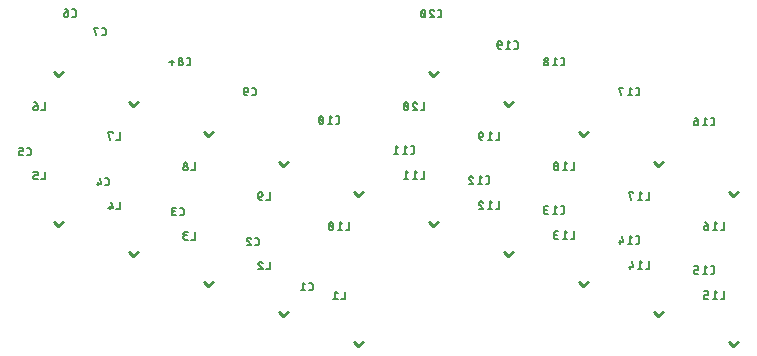
<source format=gbr>
G04 EAGLE Gerber RS-274X export*
G75*
%MOMM*%
%FSLAX34Y34*%
%LPD*%
%INSilkscreen Bottom*%
%IPPOS*%
%AMOC8*
5,1,8,0,0,1.08239X$1,22.5*%
G01*
%ADD10C,0.254000*%
%ADD11C,0.152400*%


D10*
X317070Y42035D02*
X320880Y38225D01*
X324690Y42035D01*
D11*
X309670Y77724D02*
X309670Y84328D01*
X309670Y77724D02*
X306735Y77724D01*
X303599Y82860D02*
X301764Y84328D01*
X301764Y77724D01*
X299930Y77724D02*
X303599Y77724D01*
D10*
X257380Y63625D02*
X253570Y67435D01*
X257380Y63625D02*
X261190Y67435D01*
D11*
X246170Y103124D02*
X246170Y109728D01*
X246170Y103124D02*
X243235Y103124D01*
X238081Y109728D02*
X238002Y109726D01*
X237924Y109721D01*
X237846Y109711D01*
X237769Y109698D01*
X237692Y109681D01*
X237616Y109661D01*
X237541Y109637D01*
X237467Y109610D01*
X237395Y109579D01*
X237324Y109544D01*
X237256Y109507D01*
X237188Y109466D01*
X237123Y109422D01*
X237060Y109375D01*
X237000Y109325D01*
X236942Y109272D01*
X236886Y109216D01*
X236833Y109158D01*
X236783Y109098D01*
X236736Y109035D01*
X236692Y108970D01*
X236651Y108903D01*
X236614Y108834D01*
X236579Y108763D01*
X236548Y108691D01*
X236521Y108617D01*
X236497Y108542D01*
X236477Y108466D01*
X236460Y108389D01*
X236447Y108312D01*
X236437Y108234D01*
X236432Y108156D01*
X236430Y108077D01*
X238081Y109728D02*
X238170Y109726D01*
X238259Y109721D01*
X238347Y109711D01*
X238435Y109698D01*
X238522Y109682D01*
X238609Y109661D01*
X238694Y109637D01*
X238779Y109610D01*
X238862Y109579D01*
X238944Y109544D01*
X239025Y109506D01*
X239104Y109465D01*
X239180Y109421D01*
X239256Y109373D01*
X239329Y109322D01*
X239399Y109269D01*
X239468Y109212D01*
X239534Y109152D01*
X239597Y109090D01*
X239658Y109025D01*
X239716Y108958D01*
X239771Y108888D01*
X239824Y108816D01*
X239873Y108742D01*
X239919Y108666D01*
X239961Y108588D01*
X240001Y108508D01*
X240037Y108427D01*
X240070Y108344D01*
X240099Y108260D01*
X236980Y106793D02*
X236924Y106849D01*
X236870Y106908D01*
X236819Y106969D01*
X236770Y107033D01*
X236725Y107098D01*
X236682Y107166D01*
X236643Y107235D01*
X236606Y107306D01*
X236573Y107379D01*
X236544Y107453D01*
X236517Y107528D01*
X236494Y107604D01*
X236475Y107682D01*
X236459Y107760D01*
X236446Y107838D01*
X236437Y107918D01*
X236432Y107997D01*
X236430Y108077D01*
X236980Y106793D02*
X240099Y103124D01*
X236430Y103124D01*
D10*
X193880Y89025D02*
X190070Y92835D01*
X193880Y89025D02*
X197690Y92835D01*
D11*
X182670Y128397D02*
X182670Y135001D01*
X182670Y128397D02*
X179735Y128397D01*
X176599Y128397D02*
X174764Y128397D01*
X174679Y128399D01*
X174595Y128405D01*
X174511Y128415D01*
X174427Y128428D01*
X174344Y128446D01*
X174262Y128467D01*
X174181Y128492D01*
X174101Y128521D01*
X174023Y128553D01*
X173947Y128589D01*
X173872Y128629D01*
X173799Y128672D01*
X173728Y128718D01*
X173659Y128767D01*
X173592Y128820D01*
X173528Y128876D01*
X173467Y128934D01*
X173409Y128995D01*
X173353Y129059D01*
X173300Y129126D01*
X173251Y129195D01*
X173205Y129266D01*
X173162Y129339D01*
X173122Y129414D01*
X173086Y129490D01*
X173054Y129568D01*
X173025Y129648D01*
X173000Y129729D01*
X172979Y129811D01*
X172961Y129894D01*
X172948Y129978D01*
X172938Y130062D01*
X172932Y130146D01*
X172930Y130231D01*
X172932Y130316D01*
X172938Y130400D01*
X172948Y130484D01*
X172961Y130568D01*
X172979Y130651D01*
X173000Y130733D01*
X173025Y130814D01*
X173054Y130894D01*
X173086Y130972D01*
X173122Y131048D01*
X173162Y131123D01*
X173205Y131196D01*
X173251Y131267D01*
X173300Y131336D01*
X173353Y131403D01*
X173409Y131467D01*
X173467Y131528D01*
X173528Y131586D01*
X173592Y131642D01*
X173659Y131695D01*
X173728Y131744D01*
X173799Y131790D01*
X173872Y131833D01*
X173947Y131873D01*
X174023Y131909D01*
X174101Y131941D01*
X174181Y131970D01*
X174262Y131995D01*
X174344Y132016D01*
X174427Y132034D01*
X174511Y132047D01*
X174595Y132057D01*
X174679Y132063D01*
X174764Y132065D01*
X174397Y135001D02*
X176599Y135001D01*
X174397Y135001D02*
X174321Y134999D01*
X174246Y134993D01*
X174171Y134984D01*
X174097Y134970D01*
X174023Y134953D01*
X173951Y134931D01*
X173879Y134907D01*
X173809Y134878D01*
X173741Y134846D01*
X173674Y134811D01*
X173609Y134772D01*
X173546Y134729D01*
X173486Y134684D01*
X173428Y134636D01*
X173372Y134584D01*
X173320Y134530D01*
X173270Y134473D01*
X173223Y134414D01*
X173179Y134353D01*
X173138Y134289D01*
X173101Y134223D01*
X173067Y134155D01*
X173037Y134086D01*
X173010Y134015D01*
X172987Y133943D01*
X172968Y133870D01*
X172953Y133796D01*
X172941Y133721D01*
X172933Y133646D01*
X172929Y133571D01*
X172929Y133495D01*
X172933Y133420D01*
X172941Y133345D01*
X172953Y133270D01*
X172968Y133196D01*
X172987Y133123D01*
X173010Y133051D01*
X173037Y132980D01*
X173067Y132911D01*
X173101Y132843D01*
X173138Y132777D01*
X173179Y132713D01*
X173223Y132652D01*
X173270Y132593D01*
X173320Y132536D01*
X173372Y132482D01*
X173428Y132430D01*
X173486Y132382D01*
X173546Y132337D01*
X173609Y132294D01*
X173674Y132255D01*
X173741Y132220D01*
X173809Y132188D01*
X173879Y132159D01*
X173951Y132135D01*
X174023Y132113D01*
X174097Y132096D01*
X174171Y132082D01*
X174246Y132073D01*
X174321Y132067D01*
X174397Y132065D01*
X174397Y132066D02*
X175865Y132066D01*
D10*
X130380Y114425D02*
X126570Y118235D01*
X130380Y114425D02*
X134190Y118235D01*
D11*
X119170Y153924D02*
X119170Y160528D01*
X119170Y153924D02*
X116235Y153924D01*
X113099Y155392D02*
X111631Y160528D01*
X113099Y155392D02*
X109430Y155392D01*
X110530Y156859D02*
X110530Y153924D01*
D10*
X66880Y139825D02*
X63070Y143635D01*
X66880Y139825D02*
X70690Y143635D01*
D11*
X55670Y179324D02*
X55670Y185928D01*
X55670Y179324D02*
X52735Y179324D01*
X49599Y179324D02*
X47397Y179324D01*
X47323Y179326D01*
X47248Y179332D01*
X47175Y179341D01*
X47101Y179354D01*
X47029Y179371D01*
X46958Y179391D01*
X46887Y179415D01*
X46818Y179443D01*
X46751Y179474D01*
X46685Y179508D01*
X46620Y179546D01*
X46558Y179587D01*
X46498Y179631D01*
X46441Y179678D01*
X46386Y179728D01*
X46333Y179781D01*
X46283Y179836D01*
X46236Y179893D01*
X46192Y179953D01*
X46151Y180015D01*
X46113Y180080D01*
X46079Y180145D01*
X46048Y180213D01*
X46020Y180282D01*
X45996Y180353D01*
X45976Y180424D01*
X45959Y180496D01*
X45946Y180570D01*
X45937Y180643D01*
X45931Y180718D01*
X45929Y180792D01*
X45930Y180792D02*
X45930Y181525D01*
X45929Y181525D02*
X45931Y181599D01*
X45937Y181674D01*
X45946Y181747D01*
X45959Y181821D01*
X45976Y181893D01*
X45996Y181964D01*
X46020Y182035D01*
X46048Y182104D01*
X46079Y182171D01*
X46113Y182237D01*
X46151Y182302D01*
X46192Y182364D01*
X46236Y182424D01*
X46283Y182481D01*
X46333Y182536D01*
X46386Y182589D01*
X46441Y182639D01*
X46498Y182686D01*
X46558Y182730D01*
X46620Y182771D01*
X46685Y182809D01*
X46751Y182843D01*
X46818Y182874D01*
X46887Y182902D01*
X46958Y182926D01*
X47029Y182946D01*
X47101Y182963D01*
X47175Y182976D01*
X47248Y182985D01*
X47323Y182991D01*
X47397Y182993D01*
X49599Y182993D01*
X49599Y185928D01*
X45930Y185928D01*
D10*
X66880Y266825D02*
X63070Y270635D01*
X66880Y266825D02*
X70690Y270635D01*
D11*
X55670Y244602D02*
X55670Y237998D01*
X52735Y237998D01*
X49599Y241667D02*
X47397Y241667D01*
X47323Y241665D01*
X47248Y241659D01*
X47175Y241650D01*
X47101Y241637D01*
X47029Y241620D01*
X46958Y241600D01*
X46887Y241576D01*
X46818Y241548D01*
X46751Y241517D01*
X46685Y241483D01*
X46620Y241445D01*
X46558Y241404D01*
X46498Y241360D01*
X46441Y241313D01*
X46386Y241263D01*
X46333Y241210D01*
X46283Y241155D01*
X46236Y241098D01*
X46192Y241038D01*
X46151Y240976D01*
X46113Y240911D01*
X46079Y240845D01*
X46048Y240778D01*
X46020Y240709D01*
X45996Y240638D01*
X45976Y240567D01*
X45959Y240495D01*
X45946Y240421D01*
X45937Y240348D01*
X45931Y240273D01*
X45929Y240199D01*
X45930Y240199D02*
X45930Y239832D01*
X45932Y239747D01*
X45938Y239663D01*
X45948Y239579D01*
X45961Y239495D01*
X45979Y239412D01*
X46000Y239330D01*
X46025Y239249D01*
X46054Y239169D01*
X46086Y239091D01*
X46122Y239015D01*
X46162Y238940D01*
X46205Y238867D01*
X46251Y238796D01*
X46300Y238727D01*
X46353Y238660D01*
X46409Y238596D01*
X46467Y238535D01*
X46528Y238477D01*
X46592Y238421D01*
X46659Y238368D01*
X46728Y238319D01*
X46799Y238273D01*
X46872Y238230D01*
X46947Y238190D01*
X47023Y238154D01*
X47101Y238122D01*
X47181Y238093D01*
X47262Y238068D01*
X47344Y238047D01*
X47427Y238029D01*
X47511Y238016D01*
X47595Y238006D01*
X47679Y238000D01*
X47764Y237998D01*
X47849Y238000D01*
X47933Y238006D01*
X48017Y238016D01*
X48101Y238029D01*
X48184Y238047D01*
X48266Y238068D01*
X48347Y238093D01*
X48427Y238122D01*
X48505Y238154D01*
X48581Y238190D01*
X48656Y238230D01*
X48729Y238273D01*
X48800Y238319D01*
X48869Y238368D01*
X48936Y238421D01*
X49000Y238477D01*
X49061Y238535D01*
X49119Y238596D01*
X49175Y238660D01*
X49228Y238727D01*
X49277Y238796D01*
X49323Y238867D01*
X49366Y238940D01*
X49406Y239015D01*
X49442Y239091D01*
X49474Y239169D01*
X49503Y239249D01*
X49528Y239330D01*
X49549Y239412D01*
X49567Y239495D01*
X49580Y239579D01*
X49590Y239663D01*
X49596Y239747D01*
X49598Y239832D01*
X49599Y239832D02*
X49599Y241667D01*
X49598Y241667D02*
X49596Y241774D01*
X49590Y241881D01*
X49580Y241988D01*
X49567Y242094D01*
X49549Y242200D01*
X49528Y242305D01*
X49503Y242409D01*
X49474Y242513D01*
X49441Y242615D01*
X49404Y242715D01*
X49364Y242815D01*
X49320Y242913D01*
X49273Y243009D01*
X49222Y243103D01*
X49168Y243196D01*
X49111Y243286D01*
X49050Y243375D01*
X48986Y243461D01*
X48919Y243544D01*
X48849Y243626D01*
X48776Y243704D01*
X48700Y243780D01*
X48622Y243853D01*
X48540Y243923D01*
X48457Y243990D01*
X48371Y244054D01*
X48282Y244115D01*
X48192Y244172D01*
X48099Y244226D01*
X48005Y244277D01*
X47909Y244324D01*
X47811Y244368D01*
X47712Y244408D01*
X47611Y244445D01*
X47509Y244478D01*
X47405Y244507D01*
X47301Y244532D01*
X47196Y244553D01*
X47090Y244571D01*
X46984Y244584D01*
X46877Y244594D01*
X46770Y244600D01*
X46663Y244602D01*
D10*
X126570Y245235D02*
X130380Y241425D01*
X134190Y245235D01*
D11*
X119170Y219202D02*
X119170Y212598D01*
X116235Y212598D01*
X113099Y218468D02*
X113099Y219202D01*
X109430Y219202D01*
X111264Y212598D01*
D10*
X190070Y219835D02*
X193880Y216025D01*
X197690Y219835D01*
D11*
X182670Y193802D02*
X182670Y187198D01*
X179735Y187198D01*
X176598Y189032D02*
X176596Y189117D01*
X176590Y189201D01*
X176580Y189285D01*
X176567Y189369D01*
X176549Y189452D01*
X176528Y189534D01*
X176503Y189615D01*
X176474Y189695D01*
X176442Y189773D01*
X176406Y189849D01*
X176366Y189924D01*
X176323Y189997D01*
X176277Y190068D01*
X176228Y190137D01*
X176175Y190204D01*
X176119Y190268D01*
X176061Y190329D01*
X176000Y190387D01*
X175936Y190443D01*
X175869Y190496D01*
X175800Y190545D01*
X175729Y190591D01*
X175656Y190634D01*
X175581Y190674D01*
X175505Y190710D01*
X175427Y190742D01*
X175347Y190771D01*
X175266Y190796D01*
X175184Y190817D01*
X175101Y190835D01*
X175017Y190848D01*
X174933Y190858D01*
X174849Y190864D01*
X174764Y190866D01*
X174679Y190864D01*
X174595Y190858D01*
X174511Y190848D01*
X174427Y190835D01*
X174344Y190817D01*
X174262Y190796D01*
X174181Y190771D01*
X174101Y190742D01*
X174023Y190710D01*
X173947Y190674D01*
X173872Y190634D01*
X173799Y190591D01*
X173728Y190545D01*
X173659Y190496D01*
X173592Y190443D01*
X173528Y190387D01*
X173467Y190329D01*
X173409Y190268D01*
X173353Y190204D01*
X173300Y190137D01*
X173251Y190068D01*
X173205Y189997D01*
X173162Y189924D01*
X173122Y189849D01*
X173086Y189773D01*
X173054Y189695D01*
X173025Y189615D01*
X173000Y189534D01*
X172979Y189452D01*
X172961Y189369D01*
X172948Y189285D01*
X172938Y189201D01*
X172932Y189117D01*
X172930Y189032D01*
X172932Y188947D01*
X172938Y188863D01*
X172948Y188779D01*
X172961Y188695D01*
X172979Y188612D01*
X173000Y188530D01*
X173025Y188449D01*
X173054Y188369D01*
X173086Y188291D01*
X173122Y188215D01*
X173162Y188140D01*
X173205Y188067D01*
X173251Y187996D01*
X173300Y187927D01*
X173353Y187860D01*
X173409Y187796D01*
X173467Y187735D01*
X173528Y187677D01*
X173592Y187621D01*
X173659Y187568D01*
X173728Y187519D01*
X173799Y187473D01*
X173872Y187430D01*
X173947Y187390D01*
X174023Y187354D01*
X174101Y187322D01*
X174181Y187293D01*
X174262Y187268D01*
X174344Y187247D01*
X174427Y187229D01*
X174511Y187216D01*
X174595Y187206D01*
X174679Y187200D01*
X174764Y187198D01*
X174849Y187200D01*
X174933Y187206D01*
X175017Y187216D01*
X175101Y187229D01*
X175184Y187247D01*
X175266Y187268D01*
X175347Y187293D01*
X175427Y187322D01*
X175505Y187354D01*
X175581Y187390D01*
X175656Y187430D01*
X175729Y187473D01*
X175800Y187519D01*
X175869Y187568D01*
X175936Y187621D01*
X176000Y187677D01*
X176061Y187735D01*
X176119Y187796D01*
X176175Y187860D01*
X176228Y187927D01*
X176277Y187996D01*
X176323Y188067D01*
X176366Y188140D01*
X176406Y188215D01*
X176442Y188291D01*
X176474Y188369D01*
X176503Y188449D01*
X176528Y188530D01*
X176549Y188612D01*
X176567Y188695D01*
X176580Y188779D01*
X176590Y188863D01*
X176596Y188947D01*
X176598Y189032D01*
X176232Y192334D02*
X176230Y192410D01*
X176224Y192485D01*
X176215Y192560D01*
X176201Y192634D01*
X176184Y192708D01*
X176162Y192780D01*
X176138Y192852D01*
X176109Y192922D01*
X176077Y192990D01*
X176042Y193057D01*
X176003Y193122D01*
X175960Y193185D01*
X175915Y193245D01*
X175867Y193303D01*
X175815Y193359D01*
X175761Y193411D01*
X175704Y193461D01*
X175645Y193508D01*
X175584Y193552D01*
X175520Y193593D01*
X175454Y193630D01*
X175386Y193664D01*
X175317Y193694D01*
X175246Y193721D01*
X175174Y193744D01*
X175101Y193763D01*
X175027Y193778D01*
X174952Y193790D01*
X174877Y193798D01*
X174802Y193802D01*
X174726Y193802D01*
X174651Y193798D01*
X174576Y193790D01*
X174501Y193778D01*
X174427Y193763D01*
X174354Y193744D01*
X174282Y193721D01*
X174211Y193694D01*
X174142Y193664D01*
X174074Y193630D01*
X174008Y193593D01*
X173944Y193552D01*
X173883Y193508D01*
X173824Y193461D01*
X173767Y193411D01*
X173713Y193359D01*
X173661Y193303D01*
X173613Y193245D01*
X173568Y193185D01*
X173525Y193122D01*
X173486Y193057D01*
X173451Y192990D01*
X173419Y192922D01*
X173390Y192852D01*
X173366Y192780D01*
X173344Y192708D01*
X173327Y192634D01*
X173313Y192560D01*
X173304Y192485D01*
X173298Y192410D01*
X173296Y192334D01*
X173298Y192258D01*
X173304Y192183D01*
X173313Y192108D01*
X173327Y192034D01*
X173344Y191960D01*
X173366Y191888D01*
X173390Y191816D01*
X173419Y191746D01*
X173451Y191678D01*
X173486Y191611D01*
X173525Y191546D01*
X173568Y191483D01*
X173613Y191423D01*
X173661Y191365D01*
X173713Y191309D01*
X173767Y191257D01*
X173824Y191207D01*
X173883Y191160D01*
X173944Y191116D01*
X174008Y191075D01*
X174074Y191038D01*
X174142Y191004D01*
X174211Y190974D01*
X174282Y190947D01*
X174354Y190924D01*
X174427Y190905D01*
X174501Y190890D01*
X174576Y190878D01*
X174651Y190870D01*
X174726Y190866D01*
X174802Y190866D01*
X174877Y190870D01*
X174952Y190878D01*
X175027Y190890D01*
X175101Y190905D01*
X175174Y190924D01*
X175246Y190947D01*
X175317Y190974D01*
X175386Y191004D01*
X175454Y191038D01*
X175520Y191075D01*
X175584Y191116D01*
X175645Y191160D01*
X175704Y191207D01*
X175761Y191257D01*
X175815Y191309D01*
X175867Y191365D01*
X175915Y191423D01*
X175960Y191483D01*
X176003Y191546D01*
X176042Y191611D01*
X176077Y191678D01*
X176109Y191746D01*
X176138Y191816D01*
X176162Y191888D01*
X176184Y191960D01*
X176201Y192034D01*
X176215Y192108D01*
X176224Y192183D01*
X176230Y192258D01*
X176232Y192334D01*
D10*
X253570Y194435D02*
X257380Y190625D01*
X261190Y194435D01*
D11*
X246170Y168402D02*
X246170Y161798D01*
X243235Y161798D01*
X238631Y164733D02*
X236430Y164733D01*
X238631Y164733D02*
X238705Y164735D01*
X238780Y164741D01*
X238853Y164750D01*
X238927Y164763D01*
X238999Y164780D01*
X239070Y164800D01*
X239141Y164824D01*
X239210Y164852D01*
X239278Y164883D01*
X239343Y164917D01*
X239408Y164955D01*
X239470Y164996D01*
X239530Y165040D01*
X239587Y165087D01*
X239642Y165137D01*
X239695Y165190D01*
X239745Y165245D01*
X239792Y165302D01*
X239836Y165362D01*
X239877Y165424D01*
X239915Y165489D01*
X239949Y165555D01*
X239980Y165622D01*
X240008Y165691D01*
X240032Y165762D01*
X240052Y165833D01*
X240069Y165906D01*
X240082Y165979D01*
X240091Y166053D01*
X240097Y166127D01*
X240099Y166201D01*
X240099Y166568D01*
X240098Y166568D02*
X240096Y166653D01*
X240090Y166737D01*
X240080Y166821D01*
X240067Y166905D01*
X240049Y166988D01*
X240028Y167070D01*
X240003Y167151D01*
X239974Y167231D01*
X239942Y167309D01*
X239906Y167385D01*
X239866Y167460D01*
X239823Y167533D01*
X239777Y167604D01*
X239728Y167673D01*
X239675Y167740D01*
X239619Y167804D01*
X239561Y167865D01*
X239500Y167923D01*
X239436Y167979D01*
X239369Y168032D01*
X239300Y168081D01*
X239229Y168127D01*
X239156Y168170D01*
X239081Y168210D01*
X239005Y168246D01*
X238927Y168278D01*
X238847Y168307D01*
X238766Y168332D01*
X238684Y168353D01*
X238601Y168371D01*
X238517Y168384D01*
X238433Y168394D01*
X238349Y168400D01*
X238264Y168402D01*
X238179Y168400D01*
X238095Y168394D01*
X238011Y168384D01*
X237927Y168371D01*
X237844Y168353D01*
X237762Y168332D01*
X237681Y168307D01*
X237601Y168278D01*
X237523Y168246D01*
X237447Y168210D01*
X237372Y168170D01*
X237299Y168127D01*
X237228Y168081D01*
X237159Y168032D01*
X237092Y167979D01*
X237028Y167923D01*
X236967Y167865D01*
X236909Y167804D01*
X236853Y167740D01*
X236800Y167673D01*
X236751Y167604D01*
X236705Y167533D01*
X236662Y167460D01*
X236622Y167385D01*
X236586Y167309D01*
X236554Y167231D01*
X236525Y167151D01*
X236500Y167070D01*
X236479Y166988D01*
X236461Y166905D01*
X236448Y166821D01*
X236438Y166737D01*
X236432Y166653D01*
X236430Y166568D01*
X236430Y164733D01*
X236432Y164626D01*
X236438Y164519D01*
X236448Y164412D01*
X236461Y164306D01*
X236479Y164200D01*
X236500Y164095D01*
X236525Y163991D01*
X236554Y163887D01*
X236587Y163785D01*
X236624Y163685D01*
X236664Y163585D01*
X236708Y163487D01*
X236755Y163391D01*
X236806Y163297D01*
X236860Y163204D01*
X236917Y163114D01*
X236978Y163025D01*
X237042Y162939D01*
X237109Y162856D01*
X237179Y162774D01*
X237252Y162696D01*
X237328Y162620D01*
X237406Y162547D01*
X237488Y162477D01*
X237571Y162410D01*
X237657Y162346D01*
X237746Y162285D01*
X237836Y162228D01*
X237929Y162174D01*
X238023Y162123D01*
X238119Y162076D01*
X238217Y162032D01*
X238317Y161992D01*
X238417Y161955D01*
X238519Y161922D01*
X238623Y161893D01*
X238727Y161868D01*
X238832Y161847D01*
X238938Y161829D01*
X239044Y161816D01*
X239151Y161806D01*
X239258Y161800D01*
X239365Y161798D01*
D10*
X317070Y169035D02*
X320880Y165225D01*
X324690Y169035D01*
D11*
X313328Y143002D02*
X313328Y136398D01*
X310393Y136398D01*
X307256Y141534D02*
X305422Y143002D01*
X305422Y136398D01*
X307256Y136398D02*
X303587Y136398D01*
X299941Y139700D02*
X299939Y139845D01*
X299933Y139990D01*
X299924Y140135D01*
X299910Y140280D01*
X299893Y140424D01*
X299871Y140567D01*
X299846Y140711D01*
X299817Y140853D01*
X299785Y140994D01*
X299748Y141135D01*
X299708Y141274D01*
X299664Y141413D01*
X299617Y141550D01*
X299566Y141686D01*
X299511Y141820D01*
X299453Y141953D01*
X299391Y142085D01*
X299392Y142085D02*
X299366Y142154D01*
X299337Y142221D01*
X299304Y142287D01*
X299268Y142350D01*
X299228Y142412D01*
X299185Y142471D01*
X299139Y142528D01*
X299090Y142582D01*
X299038Y142634D01*
X298983Y142683D01*
X298926Y142728D01*
X298866Y142771D01*
X298804Y142810D01*
X298741Y142846D01*
X298675Y142879D01*
X298608Y142907D01*
X298539Y142933D01*
X298469Y142954D01*
X298398Y142972D01*
X298326Y142985D01*
X298253Y142995D01*
X298180Y143001D01*
X298107Y143003D01*
X298107Y143002D02*
X298034Y143000D01*
X297961Y142994D01*
X297888Y142984D01*
X297817Y142971D01*
X297745Y142953D01*
X297675Y142932D01*
X297607Y142906D01*
X297539Y142878D01*
X297474Y142845D01*
X297410Y142809D01*
X297348Y142770D01*
X297289Y142728D01*
X297232Y142682D01*
X297177Y142633D01*
X297125Y142582D01*
X297076Y142527D01*
X297030Y142470D01*
X296987Y142411D01*
X296947Y142350D01*
X296911Y142286D01*
X296878Y142221D01*
X296849Y142154D01*
X296823Y142085D01*
X296822Y142085D02*
X296760Y141953D01*
X296702Y141820D01*
X296647Y141686D01*
X296596Y141550D01*
X296549Y141413D01*
X296505Y141274D01*
X296465Y141135D01*
X296428Y140994D01*
X296396Y140853D01*
X296367Y140711D01*
X296342Y140568D01*
X296320Y140424D01*
X296303Y140280D01*
X296289Y140135D01*
X296280Y139990D01*
X296274Y139845D01*
X296272Y139700D01*
X299940Y139700D02*
X299938Y139555D01*
X299932Y139410D01*
X299923Y139265D01*
X299909Y139120D01*
X299892Y138976D01*
X299870Y138833D01*
X299845Y138690D01*
X299817Y138547D01*
X299784Y138406D01*
X299747Y138265D01*
X299707Y138126D01*
X299663Y137987D01*
X299616Y137850D01*
X299565Y137714D01*
X299510Y137580D01*
X299452Y137447D01*
X299390Y137315D01*
X299392Y137316D02*
X299366Y137247D01*
X299337Y137180D01*
X299304Y137114D01*
X299268Y137051D01*
X299228Y136989D01*
X299185Y136930D01*
X299139Y136873D01*
X299090Y136819D01*
X299038Y136767D01*
X298983Y136718D01*
X298926Y136673D01*
X298866Y136630D01*
X298804Y136591D01*
X298741Y136555D01*
X298675Y136522D01*
X298608Y136494D01*
X298539Y136468D01*
X298469Y136447D01*
X298398Y136429D01*
X298326Y136416D01*
X298253Y136406D01*
X298180Y136400D01*
X298107Y136398D01*
X296822Y137315D02*
X296760Y137447D01*
X296702Y137580D01*
X296647Y137714D01*
X296596Y137850D01*
X296549Y137987D01*
X296505Y138126D01*
X296465Y138265D01*
X296428Y138406D01*
X296396Y138547D01*
X296367Y138689D01*
X296342Y138832D01*
X296320Y138976D01*
X296303Y139120D01*
X296289Y139265D01*
X296280Y139410D01*
X296274Y139555D01*
X296272Y139700D01*
X296823Y137315D02*
X296849Y137246D01*
X296878Y137179D01*
X296911Y137114D01*
X296947Y137050D01*
X296987Y136989D01*
X297030Y136930D01*
X297076Y136873D01*
X297125Y136818D01*
X297177Y136767D01*
X297232Y136718D01*
X297289Y136672D01*
X297348Y136630D01*
X297410Y136591D01*
X297474Y136555D01*
X297539Y136522D01*
X297607Y136494D01*
X297675Y136468D01*
X297745Y136447D01*
X297817Y136429D01*
X297888Y136416D01*
X297961Y136406D01*
X298034Y136400D01*
X298107Y136398D01*
X299574Y137866D02*
X296639Y141534D01*
D10*
X380570Y143635D02*
X384380Y139825D01*
X388190Y143635D01*
D11*
X376828Y179578D02*
X376828Y186182D01*
X376828Y179578D02*
X373893Y179578D01*
X370756Y184714D02*
X368922Y186182D01*
X368922Y179578D01*
X370756Y179578D02*
X367087Y179578D01*
X363441Y184714D02*
X361607Y186182D01*
X361607Y179578D01*
X363441Y179578D02*
X359772Y179578D01*
D10*
X444070Y118235D02*
X447880Y114425D01*
X451690Y118235D01*
D11*
X440328Y154178D02*
X440328Y160782D01*
X440328Y154178D02*
X437393Y154178D01*
X434256Y159314D02*
X432422Y160782D01*
X432422Y154178D01*
X434256Y154178D02*
X430587Y154178D01*
X424923Y160782D02*
X424844Y160780D01*
X424766Y160775D01*
X424688Y160765D01*
X424611Y160752D01*
X424534Y160735D01*
X424458Y160715D01*
X424383Y160691D01*
X424309Y160664D01*
X424237Y160633D01*
X424166Y160598D01*
X424098Y160561D01*
X424030Y160520D01*
X423965Y160476D01*
X423902Y160429D01*
X423842Y160379D01*
X423784Y160326D01*
X423728Y160270D01*
X423675Y160212D01*
X423625Y160152D01*
X423578Y160089D01*
X423534Y160024D01*
X423493Y159957D01*
X423456Y159888D01*
X423421Y159817D01*
X423390Y159745D01*
X423363Y159671D01*
X423339Y159596D01*
X423319Y159520D01*
X423302Y159443D01*
X423289Y159366D01*
X423279Y159288D01*
X423274Y159210D01*
X423272Y159131D01*
X424923Y160782D02*
X425012Y160780D01*
X425101Y160775D01*
X425189Y160765D01*
X425277Y160752D01*
X425364Y160736D01*
X425451Y160715D01*
X425536Y160691D01*
X425621Y160664D01*
X425704Y160633D01*
X425786Y160598D01*
X425867Y160560D01*
X425946Y160519D01*
X426022Y160475D01*
X426098Y160427D01*
X426171Y160376D01*
X426241Y160323D01*
X426310Y160266D01*
X426376Y160206D01*
X426439Y160144D01*
X426500Y160079D01*
X426558Y160012D01*
X426613Y159942D01*
X426666Y159870D01*
X426715Y159796D01*
X426761Y159720D01*
X426803Y159642D01*
X426843Y159562D01*
X426879Y159481D01*
X426912Y159398D01*
X426941Y159314D01*
X423822Y157847D02*
X423766Y157903D01*
X423712Y157962D01*
X423661Y158023D01*
X423612Y158087D01*
X423567Y158152D01*
X423524Y158220D01*
X423485Y158289D01*
X423448Y158360D01*
X423415Y158433D01*
X423386Y158507D01*
X423359Y158582D01*
X423336Y158658D01*
X423317Y158736D01*
X423301Y158814D01*
X423288Y158892D01*
X423279Y158972D01*
X423274Y159051D01*
X423272Y159131D01*
X423822Y157847D02*
X426941Y154178D01*
X423272Y154178D01*
D10*
X507570Y92835D02*
X511380Y89025D01*
X515190Y92835D01*
D11*
X503828Y128778D02*
X503828Y135382D01*
X503828Y128778D02*
X500893Y128778D01*
X497756Y133914D02*
X495922Y135382D01*
X495922Y128778D01*
X497756Y128778D02*
X494087Y128778D01*
X490441Y128778D02*
X488607Y128778D01*
X488522Y128780D01*
X488438Y128786D01*
X488354Y128796D01*
X488270Y128809D01*
X488187Y128827D01*
X488105Y128848D01*
X488024Y128873D01*
X487944Y128902D01*
X487866Y128934D01*
X487790Y128970D01*
X487715Y129010D01*
X487642Y129053D01*
X487571Y129099D01*
X487502Y129148D01*
X487435Y129201D01*
X487371Y129257D01*
X487310Y129315D01*
X487252Y129376D01*
X487196Y129440D01*
X487143Y129507D01*
X487094Y129576D01*
X487048Y129647D01*
X487005Y129720D01*
X486965Y129795D01*
X486929Y129871D01*
X486897Y129949D01*
X486868Y130029D01*
X486843Y130110D01*
X486822Y130192D01*
X486804Y130275D01*
X486791Y130359D01*
X486781Y130443D01*
X486775Y130527D01*
X486773Y130612D01*
X486775Y130697D01*
X486781Y130781D01*
X486791Y130865D01*
X486804Y130949D01*
X486822Y131032D01*
X486843Y131114D01*
X486868Y131195D01*
X486897Y131275D01*
X486929Y131353D01*
X486965Y131429D01*
X487005Y131504D01*
X487048Y131577D01*
X487094Y131648D01*
X487143Y131717D01*
X487196Y131784D01*
X487252Y131848D01*
X487310Y131909D01*
X487371Y131967D01*
X487435Y132023D01*
X487502Y132076D01*
X487571Y132125D01*
X487642Y132171D01*
X487715Y132214D01*
X487790Y132254D01*
X487866Y132290D01*
X487944Y132322D01*
X488024Y132351D01*
X488105Y132376D01*
X488187Y132397D01*
X488270Y132415D01*
X488354Y132428D01*
X488438Y132438D01*
X488522Y132444D01*
X488607Y132446D01*
X488240Y135382D02*
X490441Y135382D01*
X488240Y135382D02*
X488164Y135380D01*
X488089Y135374D01*
X488014Y135365D01*
X487940Y135351D01*
X487866Y135334D01*
X487794Y135312D01*
X487722Y135288D01*
X487652Y135259D01*
X487584Y135227D01*
X487517Y135192D01*
X487452Y135153D01*
X487389Y135110D01*
X487329Y135065D01*
X487271Y135017D01*
X487215Y134965D01*
X487163Y134911D01*
X487113Y134854D01*
X487066Y134795D01*
X487022Y134734D01*
X486981Y134670D01*
X486944Y134604D01*
X486910Y134536D01*
X486880Y134467D01*
X486853Y134396D01*
X486830Y134324D01*
X486811Y134251D01*
X486796Y134177D01*
X486784Y134102D01*
X486776Y134027D01*
X486772Y133952D01*
X486772Y133876D01*
X486776Y133801D01*
X486784Y133726D01*
X486796Y133651D01*
X486811Y133577D01*
X486830Y133504D01*
X486853Y133432D01*
X486880Y133361D01*
X486910Y133292D01*
X486944Y133224D01*
X486981Y133158D01*
X487022Y133094D01*
X487066Y133033D01*
X487113Y132974D01*
X487163Y132917D01*
X487215Y132863D01*
X487271Y132811D01*
X487329Y132763D01*
X487389Y132718D01*
X487452Y132675D01*
X487517Y132636D01*
X487584Y132601D01*
X487652Y132569D01*
X487722Y132540D01*
X487794Y132516D01*
X487866Y132494D01*
X487940Y132477D01*
X488014Y132463D01*
X488089Y132454D01*
X488164Y132448D01*
X488240Y132446D01*
X488240Y132447D02*
X489707Y132447D01*
D10*
X571070Y67435D02*
X574880Y63625D01*
X578690Y67435D01*
D11*
X567328Y103378D02*
X567328Y109982D01*
X567328Y103378D02*
X564393Y103378D01*
X561256Y108514D02*
X559422Y109982D01*
X559422Y103378D01*
X561256Y103378D02*
X557587Y103378D01*
X553941Y104846D02*
X552473Y109982D01*
X553941Y104846D02*
X550272Y104846D01*
X551373Y106313D02*
X551373Y103378D01*
D10*
X634570Y42035D02*
X638380Y38225D01*
X642190Y42035D01*
D11*
X630828Y77978D02*
X630828Y84582D01*
X630828Y77978D02*
X627893Y77978D01*
X624756Y83114D02*
X622922Y84582D01*
X622922Y77978D01*
X624756Y77978D02*
X621087Y77978D01*
X617441Y77978D02*
X615240Y77978D01*
X615166Y77980D01*
X615091Y77986D01*
X615018Y77995D01*
X614944Y78008D01*
X614872Y78025D01*
X614801Y78045D01*
X614730Y78069D01*
X614661Y78097D01*
X614594Y78128D01*
X614528Y78162D01*
X614463Y78200D01*
X614401Y78241D01*
X614341Y78285D01*
X614284Y78332D01*
X614229Y78382D01*
X614176Y78435D01*
X614126Y78490D01*
X614079Y78547D01*
X614035Y78607D01*
X613994Y78669D01*
X613956Y78734D01*
X613922Y78799D01*
X613891Y78867D01*
X613863Y78936D01*
X613839Y79007D01*
X613819Y79078D01*
X613802Y79150D01*
X613789Y79224D01*
X613780Y79297D01*
X613774Y79372D01*
X613772Y79446D01*
X613772Y80179D01*
X613774Y80253D01*
X613780Y80328D01*
X613789Y80401D01*
X613802Y80475D01*
X613819Y80547D01*
X613839Y80618D01*
X613863Y80689D01*
X613891Y80758D01*
X613922Y80825D01*
X613956Y80891D01*
X613994Y80956D01*
X614035Y81018D01*
X614079Y81078D01*
X614126Y81135D01*
X614176Y81190D01*
X614229Y81243D01*
X614284Y81293D01*
X614341Y81340D01*
X614401Y81384D01*
X614463Y81425D01*
X614528Y81463D01*
X614594Y81497D01*
X614661Y81528D01*
X614730Y81556D01*
X614801Y81580D01*
X614872Y81600D01*
X614944Y81617D01*
X615018Y81630D01*
X615091Y81639D01*
X615166Y81645D01*
X615240Y81647D01*
X617441Y81647D01*
X617441Y84582D01*
X613772Y84582D01*
D10*
X638380Y165225D02*
X634570Y169035D01*
X638380Y165225D02*
X642190Y169035D01*
D11*
X630828Y143002D02*
X630828Y136398D01*
X627893Y136398D01*
X624756Y141534D02*
X622922Y143002D01*
X622922Y136398D01*
X624756Y136398D02*
X621087Y136398D01*
X617441Y140067D02*
X615240Y140067D01*
X615166Y140065D01*
X615091Y140059D01*
X615018Y140050D01*
X614944Y140037D01*
X614872Y140020D01*
X614801Y140000D01*
X614730Y139976D01*
X614661Y139948D01*
X614594Y139917D01*
X614528Y139883D01*
X614463Y139845D01*
X614401Y139804D01*
X614341Y139760D01*
X614284Y139713D01*
X614229Y139663D01*
X614176Y139610D01*
X614126Y139555D01*
X614079Y139498D01*
X614035Y139438D01*
X613994Y139376D01*
X613956Y139311D01*
X613922Y139245D01*
X613891Y139178D01*
X613863Y139109D01*
X613839Y139038D01*
X613819Y138967D01*
X613802Y138895D01*
X613789Y138821D01*
X613780Y138748D01*
X613774Y138673D01*
X613772Y138599D01*
X613772Y138232D01*
X613773Y138232D02*
X613775Y138147D01*
X613781Y138063D01*
X613791Y137979D01*
X613804Y137895D01*
X613822Y137812D01*
X613843Y137730D01*
X613868Y137649D01*
X613897Y137569D01*
X613929Y137491D01*
X613965Y137415D01*
X614005Y137340D01*
X614048Y137267D01*
X614094Y137196D01*
X614143Y137127D01*
X614196Y137060D01*
X614252Y136996D01*
X614310Y136935D01*
X614371Y136877D01*
X614435Y136821D01*
X614502Y136768D01*
X614571Y136719D01*
X614642Y136673D01*
X614715Y136630D01*
X614790Y136590D01*
X614866Y136554D01*
X614944Y136522D01*
X615024Y136493D01*
X615105Y136468D01*
X615187Y136447D01*
X615270Y136429D01*
X615354Y136416D01*
X615438Y136406D01*
X615522Y136400D01*
X615607Y136398D01*
X615692Y136400D01*
X615776Y136406D01*
X615860Y136416D01*
X615944Y136429D01*
X616027Y136447D01*
X616109Y136468D01*
X616190Y136493D01*
X616270Y136522D01*
X616348Y136554D01*
X616424Y136590D01*
X616499Y136630D01*
X616572Y136673D01*
X616643Y136719D01*
X616712Y136768D01*
X616779Y136821D01*
X616843Y136877D01*
X616904Y136935D01*
X616962Y136996D01*
X617018Y137060D01*
X617071Y137127D01*
X617120Y137196D01*
X617166Y137267D01*
X617209Y137340D01*
X617249Y137415D01*
X617285Y137491D01*
X617317Y137569D01*
X617346Y137649D01*
X617371Y137730D01*
X617392Y137812D01*
X617410Y137895D01*
X617423Y137979D01*
X617433Y138063D01*
X617439Y138147D01*
X617441Y138232D01*
X617441Y140067D01*
X617439Y140174D01*
X617433Y140281D01*
X617423Y140388D01*
X617410Y140494D01*
X617392Y140600D01*
X617371Y140705D01*
X617346Y140809D01*
X617317Y140913D01*
X617284Y141015D01*
X617247Y141115D01*
X617207Y141215D01*
X617163Y141313D01*
X617116Y141409D01*
X617065Y141503D01*
X617011Y141596D01*
X616954Y141686D01*
X616893Y141775D01*
X616829Y141861D01*
X616762Y141944D01*
X616692Y142026D01*
X616619Y142104D01*
X616543Y142180D01*
X616465Y142253D01*
X616383Y142323D01*
X616300Y142390D01*
X616214Y142454D01*
X616125Y142515D01*
X616035Y142572D01*
X615942Y142626D01*
X615848Y142677D01*
X615752Y142724D01*
X615654Y142768D01*
X615555Y142808D01*
X615454Y142845D01*
X615352Y142878D01*
X615248Y142907D01*
X615144Y142932D01*
X615039Y142953D01*
X614933Y142971D01*
X614827Y142984D01*
X614720Y142994D01*
X614613Y143000D01*
X614506Y143002D01*
D10*
X574880Y190625D02*
X571070Y194435D01*
X574880Y190625D02*
X578690Y194435D01*
D11*
X567328Y168402D02*
X567328Y161798D01*
X564393Y161798D01*
X561256Y166934D02*
X559422Y168402D01*
X559422Y161798D01*
X561256Y161798D02*
X557587Y161798D01*
X553941Y167668D02*
X553941Y168402D01*
X550272Y168402D01*
X552107Y161798D01*
D10*
X511380Y216025D02*
X507570Y219835D01*
X511380Y216025D02*
X515190Y219835D01*
D11*
X503828Y193802D02*
X503828Y187198D01*
X500893Y187198D01*
X497756Y192334D02*
X495922Y193802D01*
X495922Y187198D01*
X497756Y187198D02*
X494087Y187198D01*
X490441Y189032D02*
X490439Y189117D01*
X490433Y189201D01*
X490423Y189285D01*
X490410Y189369D01*
X490392Y189452D01*
X490371Y189534D01*
X490346Y189615D01*
X490317Y189695D01*
X490285Y189773D01*
X490249Y189849D01*
X490209Y189924D01*
X490166Y189997D01*
X490120Y190068D01*
X490071Y190137D01*
X490018Y190204D01*
X489962Y190268D01*
X489904Y190329D01*
X489843Y190387D01*
X489779Y190443D01*
X489712Y190496D01*
X489643Y190545D01*
X489572Y190591D01*
X489499Y190634D01*
X489424Y190674D01*
X489348Y190710D01*
X489270Y190742D01*
X489190Y190771D01*
X489109Y190796D01*
X489027Y190817D01*
X488944Y190835D01*
X488860Y190848D01*
X488776Y190858D01*
X488692Y190864D01*
X488607Y190866D01*
X488522Y190864D01*
X488438Y190858D01*
X488354Y190848D01*
X488270Y190835D01*
X488187Y190817D01*
X488105Y190796D01*
X488024Y190771D01*
X487944Y190742D01*
X487866Y190710D01*
X487790Y190674D01*
X487715Y190634D01*
X487642Y190591D01*
X487571Y190545D01*
X487502Y190496D01*
X487435Y190443D01*
X487371Y190387D01*
X487310Y190329D01*
X487252Y190268D01*
X487196Y190204D01*
X487143Y190137D01*
X487094Y190068D01*
X487048Y189997D01*
X487005Y189924D01*
X486965Y189849D01*
X486929Y189773D01*
X486897Y189695D01*
X486868Y189615D01*
X486843Y189534D01*
X486822Y189452D01*
X486804Y189369D01*
X486791Y189285D01*
X486781Y189201D01*
X486775Y189117D01*
X486773Y189032D01*
X486775Y188947D01*
X486781Y188863D01*
X486791Y188779D01*
X486804Y188695D01*
X486822Y188612D01*
X486843Y188530D01*
X486868Y188449D01*
X486897Y188369D01*
X486929Y188291D01*
X486965Y188215D01*
X487005Y188140D01*
X487048Y188067D01*
X487094Y187996D01*
X487143Y187927D01*
X487196Y187860D01*
X487252Y187796D01*
X487310Y187735D01*
X487371Y187677D01*
X487435Y187621D01*
X487502Y187568D01*
X487571Y187519D01*
X487642Y187473D01*
X487715Y187430D01*
X487790Y187390D01*
X487866Y187354D01*
X487944Y187322D01*
X488024Y187293D01*
X488105Y187268D01*
X488187Y187247D01*
X488270Y187229D01*
X488354Y187216D01*
X488438Y187206D01*
X488522Y187200D01*
X488607Y187198D01*
X488692Y187200D01*
X488776Y187206D01*
X488860Y187216D01*
X488944Y187229D01*
X489027Y187247D01*
X489109Y187268D01*
X489190Y187293D01*
X489270Y187322D01*
X489348Y187354D01*
X489424Y187390D01*
X489499Y187430D01*
X489572Y187473D01*
X489643Y187519D01*
X489712Y187568D01*
X489779Y187621D01*
X489843Y187677D01*
X489904Y187735D01*
X489962Y187796D01*
X490018Y187860D01*
X490071Y187927D01*
X490120Y187996D01*
X490166Y188067D01*
X490209Y188140D01*
X490249Y188215D01*
X490285Y188291D01*
X490317Y188369D01*
X490346Y188449D01*
X490371Y188530D01*
X490392Y188612D01*
X490410Y188695D01*
X490423Y188779D01*
X490433Y188863D01*
X490439Y188947D01*
X490441Y189032D01*
X490075Y192334D02*
X490073Y192410D01*
X490067Y192485D01*
X490058Y192560D01*
X490044Y192634D01*
X490027Y192708D01*
X490005Y192780D01*
X489981Y192852D01*
X489952Y192922D01*
X489920Y192990D01*
X489885Y193057D01*
X489846Y193122D01*
X489803Y193185D01*
X489758Y193245D01*
X489710Y193303D01*
X489658Y193359D01*
X489604Y193411D01*
X489547Y193461D01*
X489488Y193508D01*
X489427Y193552D01*
X489363Y193593D01*
X489297Y193630D01*
X489229Y193664D01*
X489160Y193694D01*
X489089Y193721D01*
X489017Y193744D01*
X488944Y193763D01*
X488870Y193778D01*
X488795Y193790D01*
X488720Y193798D01*
X488645Y193802D01*
X488569Y193802D01*
X488494Y193798D01*
X488419Y193790D01*
X488344Y193778D01*
X488270Y193763D01*
X488197Y193744D01*
X488125Y193721D01*
X488054Y193694D01*
X487985Y193664D01*
X487917Y193630D01*
X487851Y193593D01*
X487787Y193552D01*
X487726Y193508D01*
X487667Y193461D01*
X487610Y193411D01*
X487556Y193359D01*
X487504Y193303D01*
X487456Y193245D01*
X487411Y193185D01*
X487368Y193122D01*
X487329Y193057D01*
X487294Y192990D01*
X487262Y192922D01*
X487233Y192852D01*
X487209Y192780D01*
X487187Y192708D01*
X487170Y192634D01*
X487156Y192560D01*
X487147Y192485D01*
X487141Y192410D01*
X487139Y192334D01*
X487141Y192258D01*
X487147Y192183D01*
X487156Y192108D01*
X487170Y192034D01*
X487187Y191960D01*
X487209Y191888D01*
X487233Y191816D01*
X487262Y191746D01*
X487294Y191678D01*
X487329Y191611D01*
X487368Y191546D01*
X487411Y191483D01*
X487456Y191423D01*
X487504Y191365D01*
X487556Y191309D01*
X487610Y191257D01*
X487667Y191207D01*
X487726Y191160D01*
X487787Y191116D01*
X487851Y191075D01*
X487917Y191038D01*
X487985Y191004D01*
X488054Y190974D01*
X488125Y190947D01*
X488197Y190924D01*
X488270Y190905D01*
X488344Y190890D01*
X488419Y190878D01*
X488494Y190870D01*
X488569Y190866D01*
X488645Y190866D01*
X488720Y190870D01*
X488795Y190878D01*
X488870Y190890D01*
X488944Y190905D01*
X489017Y190924D01*
X489089Y190947D01*
X489160Y190974D01*
X489229Y191004D01*
X489297Y191038D01*
X489363Y191075D01*
X489427Y191116D01*
X489488Y191160D01*
X489547Y191207D01*
X489604Y191257D01*
X489658Y191309D01*
X489710Y191365D01*
X489758Y191423D01*
X489803Y191483D01*
X489846Y191546D01*
X489885Y191611D01*
X489920Y191678D01*
X489952Y191746D01*
X489981Y191816D01*
X490005Y191888D01*
X490027Y191960D01*
X490044Y192034D01*
X490058Y192108D01*
X490067Y192183D01*
X490073Y192258D01*
X490075Y192334D01*
D10*
X447880Y241425D02*
X444070Y245235D01*
X447880Y241425D02*
X451690Y245235D01*
D11*
X440328Y219202D02*
X440328Y212598D01*
X437393Y212598D01*
X434256Y217734D02*
X432422Y219202D01*
X432422Y212598D01*
X434256Y212598D02*
X430587Y212598D01*
X425473Y215533D02*
X423272Y215533D01*
X425473Y215533D02*
X425547Y215535D01*
X425622Y215541D01*
X425695Y215550D01*
X425769Y215563D01*
X425841Y215580D01*
X425912Y215600D01*
X425983Y215624D01*
X426052Y215652D01*
X426120Y215683D01*
X426185Y215717D01*
X426250Y215755D01*
X426312Y215796D01*
X426372Y215840D01*
X426429Y215887D01*
X426484Y215937D01*
X426537Y215990D01*
X426587Y216045D01*
X426634Y216102D01*
X426678Y216162D01*
X426719Y216224D01*
X426757Y216289D01*
X426791Y216355D01*
X426822Y216422D01*
X426850Y216491D01*
X426874Y216562D01*
X426894Y216633D01*
X426911Y216706D01*
X426924Y216779D01*
X426933Y216853D01*
X426939Y216927D01*
X426941Y217001D01*
X426941Y217368D01*
X426939Y217453D01*
X426933Y217537D01*
X426923Y217621D01*
X426910Y217705D01*
X426892Y217788D01*
X426871Y217870D01*
X426846Y217951D01*
X426817Y218031D01*
X426785Y218109D01*
X426749Y218185D01*
X426709Y218260D01*
X426666Y218333D01*
X426620Y218404D01*
X426571Y218473D01*
X426518Y218540D01*
X426462Y218604D01*
X426404Y218665D01*
X426343Y218723D01*
X426279Y218779D01*
X426212Y218832D01*
X426143Y218881D01*
X426072Y218927D01*
X425999Y218970D01*
X425924Y219010D01*
X425848Y219046D01*
X425770Y219078D01*
X425690Y219107D01*
X425609Y219132D01*
X425527Y219153D01*
X425444Y219171D01*
X425360Y219184D01*
X425276Y219194D01*
X425192Y219200D01*
X425107Y219202D01*
X425022Y219200D01*
X424938Y219194D01*
X424854Y219184D01*
X424770Y219171D01*
X424687Y219153D01*
X424605Y219132D01*
X424524Y219107D01*
X424444Y219078D01*
X424366Y219046D01*
X424290Y219010D01*
X424215Y218970D01*
X424142Y218927D01*
X424071Y218881D01*
X424002Y218832D01*
X423935Y218779D01*
X423871Y218723D01*
X423810Y218665D01*
X423752Y218604D01*
X423696Y218540D01*
X423643Y218473D01*
X423594Y218404D01*
X423548Y218333D01*
X423505Y218260D01*
X423465Y218185D01*
X423429Y218109D01*
X423397Y218031D01*
X423368Y217951D01*
X423343Y217870D01*
X423322Y217788D01*
X423304Y217705D01*
X423291Y217621D01*
X423281Y217537D01*
X423275Y217453D01*
X423273Y217368D01*
X423272Y217368D02*
X423272Y215533D01*
X423274Y215426D01*
X423280Y215319D01*
X423290Y215212D01*
X423303Y215106D01*
X423321Y215000D01*
X423342Y214895D01*
X423367Y214791D01*
X423396Y214687D01*
X423429Y214585D01*
X423466Y214485D01*
X423506Y214385D01*
X423550Y214287D01*
X423597Y214191D01*
X423648Y214097D01*
X423702Y214004D01*
X423759Y213914D01*
X423820Y213825D01*
X423884Y213739D01*
X423951Y213656D01*
X424021Y213574D01*
X424094Y213496D01*
X424170Y213420D01*
X424248Y213347D01*
X424330Y213277D01*
X424413Y213210D01*
X424499Y213146D01*
X424588Y213085D01*
X424678Y213028D01*
X424771Y212974D01*
X424865Y212923D01*
X424961Y212876D01*
X425059Y212832D01*
X425159Y212792D01*
X425259Y212755D01*
X425361Y212722D01*
X425465Y212693D01*
X425569Y212668D01*
X425674Y212647D01*
X425780Y212629D01*
X425886Y212616D01*
X425993Y212606D01*
X426100Y212600D01*
X426207Y212598D01*
D10*
X384380Y266825D02*
X380570Y270635D01*
X384380Y266825D02*
X388190Y270635D01*
D11*
X376828Y244602D02*
X376828Y237998D01*
X373893Y237998D01*
X368738Y244602D02*
X368659Y244600D01*
X368581Y244595D01*
X368503Y244585D01*
X368426Y244572D01*
X368349Y244555D01*
X368273Y244535D01*
X368198Y244511D01*
X368124Y244484D01*
X368052Y244453D01*
X367981Y244418D01*
X367913Y244381D01*
X367845Y244340D01*
X367780Y244296D01*
X367717Y244249D01*
X367657Y244199D01*
X367599Y244146D01*
X367543Y244090D01*
X367490Y244032D01*
X367440Y243972D01*
X367393Y243909D01*
X367349Y243844D01*
X367308Y243777D01*
X367271Y243708D01*
X367236Y243637D01*
X367205Y243565D01*
X367178Y243491D01*
X367154Y243416D01*
X367134Y243340D01*
X367117Y243263D01*
X367104Y243186D01*
X367094Y243108D01*
X367089Y243030D01*
X367087Y242951D01*
X368738Y244602D02*
X368827Y244600D01*
X368916Y244595D01*
X369004Y244585D01*
X369092Y244572D01*
X369179Y244556D01*
X369266Y244535D01*
X369351Y244511D01*
X369436Y244484D01*
X369519Y244453D01*
X369601Y244418D01*
X369682Y244380D01*
X369761Y244339D01*
X369837Y244295D01*
X369913Y244247D01*
X369986Y244196D01*
X370056Y244143D01*
X370125Y244086D01*
X370191Y244026D01*
X370254Y243964D01*
X370315Y243899D01*
X370373Y243832D01*
X370428Y243762D01*
X370481Y243690D01*
X370530Y243616D01*
X370576Y243540D01*
X370618Y243462D01*
X370658Y243382D01*
X370694Y243301D01*
X370727Y243218D01*
X370756Y243134D01*
X367638Y241667D02*
X367582Y241723D01*
X367528Y241782D01*
X367477Y241843D01*
X367428Y241907D01*
X367383Y241972D01*
X367340Y242040D01*
X367301Y242109D01*
X367264Y242180D01*
X367231Y242253D01*
X367202Y242327D01*
X367175Y242402D01*
X367152Y242478D01*
X367133Y242556D01*
X367117Y242634D01*
X367104Y242712D01*
X367095Y242792D01*
X367090Y242871D01*
X367088Y242951D01*
X367638Y241667D02*
X370756Y237998D01*
X367087Y237998D01*
X363441Y241300D02*
X363439Y241445D01*
X363433Y241590D01*
X363424Y241735D01*
X363410Y241880D01*
X363393Y242024D01*
X363371Y242167D01*
X363346Y242311D01*
X363317Y242453D01*
X363285Y242594D01*
X363248Y242735D01*
X363208Y242874D01*
X363164Y243013D01*
X363117Y243150D01*
X363066Y243286D01*
X363011Y243420D01*
X362953Y243553D01*
X362891Y243685D01*
X362892Y243685D02*
X362866Y243754D01*
X362837Y243821D01*
X362804Y243887D01*
X362768Y243950D01*
X362728Y244012D01*
X362685Y244071D01*
X362639Y244128D01*
X362590Y244182D01*
X362538Y244234D01*
X362483Y244283D01*
X362426Y244328D01*
X362366Y244371D01*
X362304Y244410D01*
X362241Y244446D01*
X362175Y244479D01*
X362108Y244507D01*
X362039Y244533D01*
X361969Y244554D01*
X361898Y244572D01*
X361826Y244585D01*
X361753Y244595D01*
X361680Y244601D01*
X361607Y244603D01*
X361607Y244602D02*
X361534Y244600D01*
X361461Y244594D01*
X361388Y244584D01*
X361317Y244571D01*
X361245Y244553D01*
X361175Y244532D01*
X361107Y244506D01*
X361039Y244478D01*
X360974Y244445D01*
X360910Y244409D01*
X360848Y244370D01*
X360789Y244328D01*
X360732Y244282D01*
X360677Y244233D01*
X360625Y244182D01*
X360576Y244127D01*
X360530Y244070D01*
X360487Y244011D01*
X360447Y243950D01*
X360411Y243886D01*
X360378Y243821D01*
X360349Y243754D01*
X360323Y243685D01*
X360322Y243685D02*
X360260Y243553D01*
X360202Y243420D01*
X360147Y243286D01*
X360096Y243150D01*
X360049Y243013D01*
X360005Y242874D01*
X359965Y242735D01*
X359928Y242594D01*
X359896Y242453D01*
X359867Y242311D01*
X359842Y242168D01*
X359820Y242024D01*
X359803Y241880D01*
X359789Y241735D01*
X359780Y241590D01*
X359774Y241445D01*
X359772Y241300D01*
X363440Y241300D02*
X363438Y241155D01*
X363432Y241010D01*
X363423Y240865D01*
X363409Y240720D01*
X363392Y240576D01*
X363370Y240433D01*
X363345Y240290D01*
X363317Y240147D01*
X363284Y240006D01*
X363247Y239865D01*
X363207Y239726D01*
X363163Y239587D01*
X363116Y239450D01*
X363065Y239314D01*
X363010Y239180D01*
X362952Y239047D01*
X362890Y238915D01*
X362892Y238916D02*
X362866Y238847D01*
X362837Y238780D01*
X362804Y238714D01*
X362768Y238651D01*
X362728Y238589D01*
X362685Y238530D01*
X362639Y238473D01*
X362590Y238419D01*
X362538Y238367D01*
X362483Y238318D01*
X362426Y238273D01*
X362366Y238230D01*
X362304Y238191D01*
X362241Y238155D01*
X362175Y238122D01*
X362108Y238094D01*
X362039Y238068D01*
X361969Y238047D01*
X361898Y238029D01*
X361826Y238016D01*
X361753Y238006D01*
X361680Y238000D01*
X361607Y237998D01*
X360322Y238915D02*
X360260Y239047D01*
X360202Y239180D01*
X360147Y239314D01*
X360096Y239450D01*
X360049Y239587D01*
X360005Y239726D01*
X359965Y239865D01*
X359928Y240006D01*
X359896Y240147D01*
X359867Y240289D01*
X359842Y240432D01*
X359820Y240576D01*
X359803Y240720D01*
X359789Y240865D01*
X359780Y241010D01*
X359774Y241155D01*
X359772Y241300D01*
X360323Y238915D02*
X360349Y238846D01*
X360378Y238779D01*
X360411Y238714D01*
X360447Y238650D01*
X360487Y238589D01*
X360530Y238530D01*
X360576Y238473D01*
X360625Y238418D01*
X360677Y238367D01*
X360732Y238318D01*
X360789Y238272D01*
X360848Y238230D01*
X360910Y238191D01*
X360974Y238155D01*
X361039Y238122D01*
X361107Y238094D01*
X361175Y238068D01*
X361245Y238047D01*
X361317Y238029D01*
X361388Y238016D01*
X361461Y238006D01*
X361534Y238000D01*
X361607Y237998D01*
X363074Y239466D02*
X360139Y243134D01*
X280875Y85344D02*
X279407Y85344D01*
X280875Y85344D02*
X280949Y85346D01*
X281024Y85352D01*
X281097Y85361D01*
X281171Y85374D01*
X281243Y85391D01*
X281314Y85411D01*
X281385Y85435D01*
X281454Y85463D01*
X281522Y85494D01*
X281587Y85528D01*
X281652Y85566D01*
X281714Y85607D01*
X281774Y85651D01*
X281831Y85698D01*
X281886Y85748D01*
X281939Y85801D01*
X281989Y85856D01*
X282036Y85913D01*
X282080Y85973D01*
X282121Y86035D01*
X282159Y86100D01*
X282193Y86166D01*
X282224Y86233D01*
X282252Y86302D01*
X282276Y86373D01*
X282296Y86444D01*
X282313Y86517D01*
X282326Y86590D01*
X282335Y86664D01*
X282341Y86738D01*
X282343Y86812D01*
X282342Y86812D02*
X282342Y90480D01*
X282343Y90480D02*
X282341Y90554D01*
X282335Y90629D01*
X282326Y90702D01*
X282313Y90775D01*
X282296Y90848D01*
X282276Y90919D01*
X282252Y90990D01*
X282224Y91059D01*
X282193Y91126D01*
X282159Y91192D01*
X282121Y91257D01*
X282080Y91319D01*
X282036Y91379D01*
X281989Y91436D01*
X281939Y91491D01*
X281886Y91544D01*
X281831Y91594D01*
X281774Y91641D01*
X281714Y91685D01*
X281652Y91726D01*
X281587Y91764D01*
X281522Y91798D01*
X281454Y91829D01*
X281385Y91857D01*
X281315Y91881D01*
X281243Y91901D01*
X281171Y91918D01*
X281097Y91931D01*
X281024Y91940D01*
X280949Y91946D01*
X280875Y91948D01*
X279407Y91948D01*
X276211Y90480D02*
X274376Y91948D01*
X274376Y85344D01*
X272542Y85344D02*
X276211Y85344D01*
X235155Y123444D02*
X233687Y123444D01*
X235155Y123444D02*
X235229Y123446D01*
X235304Y123452D01*
X235377Y123461D01*
X235451Y123474D01*
X235523Y123491D01*
X235594Y123511D01*
X235665Y123535D01*
X235734Y123563D01*
X235802Y123594D01*
X235867Y123628D01*
X235932Y123666D01*
X235994Y123707D01*
X236054Y123751D01*
X236111Y123798D01*
X236166Y123848D01*
X236219Y123901D01*
X236269Y123956D01*
X236316Y124013D01*
X236360Y124073D01*
X236401Y124135D01*
X236439Y124200D01*
X236473Y124266D01*
X236504Y124333D01*
X236532Y124402D01*
X236556Y124473D01*
X236576Y124544D01*
X236593Y124617D01*
X236606Y124690D01*
X236615Y124764D01*
X236621Y124838D01*
X236623Y124912D01*
X236622Y124912D02*
X236622Y128580D01*
X236623Y128580D02*
X236621Y128654D01*
X236615Y128729D01*
X236606Y128802D01*
X236593Y128875D01*
X236576Y128948D01*
X236556Y129019D01*
X236532Y129090D01*
X236504Y129159D01*
X236473Y129226D01*
X236439Y129292D01*
X236401Y129357D01*
X236360Y129419D01*
X236316Y129479D01*
X236269Y129536D01*
X236219Y129591D01*
X236166Y129644D01*
X236111Y129694D01*
X236054Y129741D01*
X235994Y129785D01*
X235932Y129826D01*
X235867Y129864D01*
X235802Y129898D01*
X235734Y129929D01*
X235665Y129957D01*
X235595Y129981D01*
X235523Y130001D01*
X235451Y130018D01*
X235377Y130031D01*
X235304Y130040D01*
X235229Y130046D01*
X235155Y130048D01*
X233687Y130048D01*
X228473Y130048D02*
X228394Y130046D01*
X228316Y130041D01*
X228238Y130031D01*
X228161Y130018D01*
X228084Y130001D01*
X228008Y129981D01*
X227933Y129957D01*
X227859Y129930D01*
X227787Y129899D01*
X227716Y129864D01*
X227648Y129827D01*
X227580Y129786D01*
X227515Y129742D01*
X227452Y129695D01*
X227392Y129645D01*
X227334Y129592D01*
X227278Y129536D01*
X227225Y129478D01*
X227175Y129418D01*
X227128Y129355D01*
X227084Y129290D01*
X227043Y129223D01*
X227006Y129154D01*
X226971Y129083D01*
X226940Y129011D01*
X226913Y128937D01*
X226889Y128862D01*
X226869Y128786D01*
X226852Y128709D01*
X226839Y128632D01*
X226829Y128554D01*
X226824Y128476D01*
X226822Y128397D01*
X228473Y130048D02*
X228562Y130046D01*
X228651Y130041D01*
X228739Y130031D01*
X228827Y130018D01*
X228914Y130002D01*
X229001Y129981D01*
X229086Y129957D01*
X229171Y129930D01*
X229254Y129899D01*
X229336Y129864D01*
X229417Y129826D01*
X229496Y129785D01*
X229572Y129741D01*
X229648Y129693D01*
X229721Y129642D01*
X229791Y129589D01*
X229860Y129532D01*
X229926Y129472D01*
X229989Y129410D01*
X230050Y129345D01*
X230108Y129278D01*
X230163Y129208D01*
X230216Y129136D01*
X230265Y129062D01*
X230311Y128986D01*
X230353Y128908D01*
X230393Y128828D01*
X230429Y128747D01*
X230462Y128664D01*
X230491Y128580D01*
X227372Y127113D02*
X227316Y127169D01*
X227262Y127228D01*
X227211Y127289D01*
X227162Y127353D01*
X227117Y127418D01*
X227074Y127486D01*
X227035Y127555D01*
X226998Y127626D01*
X226965Y127699D01*
X226936Y127773D01*
X226909Y127848D01*
X226886Y127924D01*
X226867Y128002D01*
X226851Y128080D01*
X226838Y128158D01*
X226829Y128238D01*
X226824Y128317D01*
X226822Y128397D01*
X227372Y127113D02*
X230491Y123444D01*
X226822Y123444D01*
X171655Y148844D02*
X170187Y148844D01*
X171655Y148844D02*
X171729Y148846D01*
X171804Y148852D01*
X171877Y148861D01*
X171951Y148874D01*
X172023Y148891D01*
X172094Y148911D01*
X172165Y148935D01*
X172234Y148963D01*
X172302Y148994D01*
X172367Y149028D01*
X172432Y149066D01*
X172494Y149107D01*
X172554Y149151D01*
X172611Y149198D01*
X172666Y149248D01*
X172719Y149301D01*
X172769Y149356D01*
X172816Y149413D01*
X172860Y149473D01*
X172901Y149535D01*
X172939Y149600D01*
X172973Y149666D01*
X173004Y149733D01*
X173032Y149802D01*
X173056Y149873D01*
X173076Y149944D01*
X173093Y150017D01*
X173106Y150090D01*
X173115Y150164D01*
X173121Y150238D01*
X173123Y150312D01*
X173122Y150312D02*
X173122Y153980D01*
X173123Y153980D02*
X173121Y154054D01*
X173115Y154129D01*
X173106Y154202D01*
X173093Y154275D01*
X173076Y154348D01*
X173056Y154419D01*
X173032Y154490D01*
X173004Y154559D01*
X172973Y154626D01*
X172939Y154692D01*
X172901Y154757D01*
X172860Y154819D01*
X172816Y154879D01*
X172769Y154936D01*
X172719Y154991D01*
X172666Y155044D01*
X172611Y155094D01*
X172554Y155141D01*
X172494Y155185D01*
X172432Y155226D01*
X172367Y155264D01*
X172302Y155298D01*
X172234Y155329D01*
X172165Y155357D01*
X172095Y155381D01*
X172023Y155401D01*
X171951Y155418D01*
X171877Y155431D01*
X171804Y155440D01*
X171729Y155446D01*
X171655Y155448D01*
X170187Y155448D01*
X166991Y148844D02*
X165156Y148844D01*
X165071Y148846D01*
X164987Y148852D01*
X164903Y148862D01*
X164819Y148875D01*
X164736Y148893D01*
X164654Y148914D01*
X164573Y148939D01*
X164493Y148968D01*
X164415Y149000D01*
X164339Y149036D01*
X164264Y149076D01*
X164191Y149119D01*
X164120Y149165D01*
X164051Y149214D01*
X163984Y149267D01*
X163920Y149323D01*
X163859Y149381D01*
X163801Y149442D01*
X163745Y149506D01*
X163692Y149573D01*
X163643Y149642D01*
X163597Y149713D01*
X163554Y149786D01*
X163514Y149861D01*
X163478Y149937D01*
X163446Y150015D01*
X163417Y150095D01*
X163392Y150176D01*
X163371Y150258D01*
X163353Y150341D01*
X163340Y150425D01*
X163330Y150509D01*
X163324Y150593D01*
X163322Y150678D01*
X163324Y150763D01*
X163330Y150847D01*
X163340Y150931D01*
X163353Y151015D01*
X163371Y151098D01*
X163392Y151180D01*
X163417Y151261D01*
X163446Y151341D01*
X163478Y151419D01*
X163514Y151495D01*
X163554Y151570D01*
X163597Y151643D01*
X163643Y151714D01*
X163692Y151783D01*
X163745Y151850D01*
X163801Y151914D01*
X163859Y151975D01*
X163920Y152033D01*
X163984Y152089D01*
X164051Y152142D01*
X164120Y152191D01*
X164191Y152237D01*
X164264Y152280D01*
X164339Y152320D01*
X164415Y152356D01*
X164493Y152388D01*
X164573Y152417D01*
X164654Y152442D01*
X164736Y152463D01*
X164819Y152481D01*
X164903Y152494D01*
X164987Y152504D01*
X165071Y152510D01*
X165156Y152512D01*
X164790Y155448D02*
X166991Y155448D01*
X164790Y155448D02*
X164714Y155446D01*
X164639Y155440D01*
X164564Y155431D01*
X164490Y155417D01*
X164416Y155400D01*
X164344Y155378D01*
X164272Y155354D01*
X164202Y155325D01*
X164134Y155293D01*
X164067Y155258D01*
X164002Y155219D01*
X163939Y155176D01*
X163879Y155131D01*
X163821Y155083D01*
X163765Y155031D01*
X163713Y154977D01*
X163663Y154920D01*
X163616Y154861D01*
X163572Y154800D01*
X163531Y154736D01*
X163494Y154670D01*
X163460Y154602D01*
X163430Y154533D01*
X163403Y154462D01*
X163380Y154390D01*
X163361Y154317D01*
X163346Y154243D01*
X163334Y154168D01*
X163326Y154093D01*
X163322Y154018D01*
X163322Y153942D01*
X163326Y153867D01*
X163334Y153792D01*
X163346Y153717D01*
X163361Y153643D01*
X163380Y153570D01*
X163403Y153498D01*
X163430Y153427D01*
X163460Y153358D01*
X163494Y153290D01*
X163531Y153224D01*
X163572Y153160D01*
X163616Y153099D01*
X163663Y153040D01*
X163713Y152983D01*
X163765Y152929D01*
X163821Y152877D01*
X163879Y152829D01*
X163939Y152784D01*
X164002Y152741D01*
X164067Y152702D01*
X164134Y152667D01*
X164202Y152635D01*
X164272Y152606D01*
X164344Y152582D01*
X164416Y152560D01*
X164490Y152543D01*
X164564Y152529D01*
X164639Y152520D01*
X164714Y152514D01*
X164790Y152512D01*
X164790Y152513D02*
X166257Y152513D01*
X108155Y174244D02*
X106687Y174244D01*
X108155Y174244D02*
X108229Y174246D01*
X108304Y174252D01*
X108377Y174261D01*
X108451Y174274D01*
X108523Y174291D01*
X108594Y174311D01*
X108665Y174335D01*
X108734Y174363D01*
X108802Y174394D01*
X108867Y174428D01*
X108932Y174466D01*
X108994Y174507D01*
X109054Y174551D01*
X109111Y174598D01*
X109166Y174648D01*
X109219Y174701D01*
X109269Y174756D01*
X109316Y174813D01*
X109360Y174873D01*
X109401Y174935D01*
X109439Y175000D01*
X109473Y175066D01*
X109504Y175133D01*
X109532Y175202D01*
X109556Y175273D01*
X109576Y175344D01*
X109593Y175417D01*
X109606Y175490D01*
X109615Y175564D01*
X109621Y175638D01*
X109623Y175712D01*
X109622Y175712D02*
X109622Y179380D01*
X109623Y179380D02*
X109621Y179454D01*
X109615Y179529D01*
X109606Y179602D01*
X109593Y179675D01*
X109576Y179748D01*
X109556Y179819D01*
X109532Y179890D01*
X109504Y179959D01*
X109473Y180026D01*
X109439Y180092D01*
X109401Y180157D01*
X109360Y180219D01*
X109316Y180279D01*
X109269Y180336D01*
X109219Y180391D01*
X109166Y180444D01*
X109111Y180494D01*
X109054Y180541D01*
X108994Y180585D01*
X108932Y180626D01*
X108867Y180664D01*
X108802Y180698D01*
X108734Y180729D01*
X108665Y180757D01*
X108595Y180781D01*
X108523Y180801D01*
X108451Y180818D01*
X108377Y180831D01*
X108304Y180840D01*
X108229Y180846D01*
X108155Y180848D01*
X106687Y180848D01*
X102023Y180848D02*
X103491Y175712D01*
X99822Y175712D01*
X100923Y177179D02*
X100923Y174244D01*
X42115Y199644D02*
X40647Y199644D01*
X42115Y199644D02*
X42189Y199646D01*
X42264Y199652D01*
X42337Y199661D01*
X42411Y199674D01*
X42483Y199691D01*
X42554Y199711D01*
X42625Y199735D01*
X42694Y199763D01*
X42762Y199794D01*
X42827Y199828D01*
X42892Y199866D01*
X42954Y199907D01*
X43014Y199951D01*
X43071Y199998D01*
X43126Y200048D01*
X43179Y200101D01*
X43229Y200156D01*
X43276Y200213D01*
X43320Y200273D01*
X43361Y200335D01*
X43399Y200400D01*
X43433Y200466D01*
X43464Y200533D01*
X43492Y200602D01*
X43516Y200673D01*
X43536Y200744D01*
X43553Y200817D01*
X43566Y200890D01*
X43575Y200964D01*
X43581Y201038D01*
X43583Y201112D01*
X43582Y201112D02*
X43582Y204780D01*
X43583Y204780D02*
X43581Y204854D01*
X43575Y204929D01*
X43566Y205002D01*
X43553Y205075D01*
X43536Y205148D01*
X43516Y205219D01*
X43492Y205290D01*
X43464Y205359D01*
X43433Y205426D01*
X43399Y205492D01*
X43361Y205557D01*
X43320Y205619D01*
X43276Y205679D01*
X43229Y205736D01*
X43179Y205791D01*
X43126Y205844D01*
X43071Y205894D01*
X43014Y205941D01*
X42954Y205985D01*
X42892Y206026D01*
X42827Y206064D01*
X42762Y206098D01*
X42694Y206129D01*
X42625Y206157D01*
X42555Y206181D01*
X42483Y206201D01*
X42411Y206218D01*
X42337Y206231D01*
X42264Y206240D01*
X42189Y206246D01*
X42115Y206248D01*
X40647Y206248D01*
X37451Y199644D02*
X35250Y199644D01*
X35176Y199646D01*
X35101Y199652D01*
X35028Y199661D01*
X34954Y199674D01*
X34882Y199691D01*
X34811Y199711D01*
X34740Y199735D01*
X34671Y199763D01*
X34604Y199794D01*
X34538Y199828D01*
X34473Y199866D01*
X34411Y199907D01*
X34351Y199951D01*
X34294Y199998D01*
X34239Y200048D01*
X34186Y200101D01*
X34136Y200156D01*
X34089Y200213D01*
X34045Y200273D01*
X34004Y200335D01*
X33966Y200400D01*
X33932Y200465D01*
X33901Y200533D01*
X33873Y200602D01*
X33849Y200673D01*
X33829Y200744D01*
X33812Y200816D01*
X33799Y200890D01*
X33790Y200963D01*
X33784Y201038D01*
X33782Y201112D01*
X33782Y201845D01*
X33784Y201919D01*
X33790Y201994D01*
X33799Y202067D01*
X33812Y202141D01*
X33829Y202213D01*
X33849Y202284D01*
X33873Y202355D01*
X33901Y202424D01*
X33932Y202491D01*
X33966Y202557D01*
X34004Y202622D01*
X34045Y202684D01*
X34089Y202744D01*
X34136Y202801D01*
X34186Y202856D01*
X34239Y202909D01*
X34294Y202959D01*
X34351Y203006D01*
X34411Y203050D01*
X34473Y203091D01*
X34538Y203129D01*
X34604Y203163D01*
X34671Y203194D01*
X34740Y203222D01*
X34811Y203246D01*
X34882Y203266D01*
X34954Y203283D01*
X35028Y203296D01*
X35101Y203305D01*
X35176Y203311D01*
X35250Y203313D01*
X37451Y203313D01*
X37451Y206248D01*
X33782Y206248D01*
X78853Y316992D02*
X80320Y316992D01*
X80394Y316994D01*
X80469Y317000D01*
X80542Y317009D01*
X80616Y317022D01*
X80688Y317039D01*
X80759Y317059D01*
X80830Y317083D01*
X80899Y317111D01*
X80967Y317142D01*
X81032Y317176D01*
X81097Y317214D01*
X81159Y317255D01*
X81219Y317299D01*
X81276Y317346D01*
X81331Y317396D01*
X81384Y317449D01*
X81434Y317504D01*
X81481Y317561D01*
X81525Y317621D01*
X81566Y317683D01*
X81604Y317748D01*
X81638Y317814D01*
X81669Y317881D01*
X81697Y317950D01*
X81721Y318021D01*
X81741Y318092D01*
X81758Y318165D01*
X81771Y318238D01*
X81780Y318312D01*
X81786Y318386D01*
X81788Y318460D01*
X81788Y322128D01*
X81786Y322202D01*
X81780Y322277D01*
X81771Y322350D01*
X81758Y322423D01*
X81741Y322496D01*
X81721Y322567D01*
X81697Y322638D01*
X81669Y322707D01*
X81638Y322774D01*
X81604Y322840D01*
X81566Y322905D01*
X81525Y322967D01*
X81481Y323027D01*
X81434Y323084D01*
X81384Y323139D01*
X81331Y323192D01*
X81276Y323242D01*
X81219Y323289D01*
X81159Y323333D01*
X81097Y323374D01*
X81032Y323412D01*
X80967Y323446D01*
X80899Y323477D01*
X80830Y323505D01*
X80760Y323529D01*
X80688Y323549D01*
X80616Y323566D01*
X80542Y323579D01*
X80469Y323588D01*
X80394Y323594D01*
X80320Y323596D01*
X78853Y323596D01*
X75657Y320661D02*
X73455Y320661D01*
X73381Y320659D01*
X73306Y320653D01*
X73233Y320644D01*
X73159Y320631D01*
X73087Y320614D01*
X73016Y320594D01*
X72945Y320570D01*
X72876Y320542D01*
X72809Y320511D01*
X72743Y320477D01*
X72678Y320439D01*
X72616Y320398D01*
X72556Y320354D01*
X72499Y320307D01*
X72444Y320257D01*
X72391Y320204D01*
X72341Y320149D01*
X72294Y320092D01*
X72250Y320032D01*
X72209Y319970D01*
X72171Y319905D01*
X72137Y319839D01*
X72106Y319772D01*
X72078Y319703D01*
X72054Y319632D01*
X72034Y319561D01*
X72017Y319489D01*
X72004Y319415D01*
X71995Y319342D01*
X71989Y319267D01*
X71987Y319193D01*
X71988Y319193D02*
X71988Y318826D01*
X71990Y318741D01*
X71996Y318657D01*
X72006Y318573D01*
X72019Y318489D01*
X72037Y318406D01*
X72058Y318324D01*
X72083Y318243D01*
X72112Y318163D01*
X72144Y318085D01*
X72180Y318009D01*
X72220Y317934D01*
X72263Y317861D01*
X72309Y317790D01*
X72358Y317721D01*
X72411Y317654D01*
X72467Y317590D01*
X72525Y317529D01*
X72586Y317471D01*
X72650Y317415D01*
X72717Y317362D01*
X72786Y317313D01*
X72857Y317267D01*
X72930Y317224D01*
X73005Y317184D01*
X73081Y317148D01*
X73159Y317116D01*
X73239Y317087D01*
X73320Y317062D01*
X73402Y317041D01*
X73485Y317023D01*
X73569Y317010D01*
X73653Y317000D01*
X73737Y316994D01*
X73822Y316992D01*
X73907Y316994D01*
X73991Y317000D01*
X74075Y317010D01*
X74159Y317023D01*
X74242Y317041D01*
X74324Y317062D01*
X74405Y317087D01*
X74485Y317116D01*
X74563Y317148D01*
X74639Y317184D01*
X74714Y317224D01*
X74787Y317267D01*
X74858Y317313D01*
X74927Y317362D01*
X74994Y317415D01*
X75058Y317471D01*
X75119Y317529D01*
X75177Y317590D01*
X75233Y317654D01*
X75286Y317721D01*
X75335Y317790D01*
X75381Y317861D01*
X75424Y317934D01*
X75464Y318009D01*
X75500Y318085D01*
X75532Y318163D01*
X75561Y318243D01*
X75586Y318324D01*
X75607Y318406D01*
X75625Y318489D01*
X75638Y318573D01*
X75648Y318657D01*
X75654Y318741D01*
X75656Y318826D01*
X75657Y318826D02*
X75657Y320661D01*
X75656Y320661D02*
X75654Y320768D01*
X75648Y320875D01*
X75638Y320982D01*
X75625Y321088D01*
X75607Y321194D01*
X75586Y321299D01*
X75561Y321403D01*
X75532Y321507D01*
X75499Y321609D01*
X75462Y321709D01*
X75422Y321809D01*
X75378Y321907D01*
X75331Y322003D01*
X75280Y322097D01*
X75226Y322190D01*
X75169Y322280D01*
X75108Y322369D01*
X75044Y322455D01*
X74977Y322538D01*
X74907Y322620D01*
X74834Y322698D01*
X74758Y322774D01*
X74680Y322847D01*
X74598Y322917D01*
X74515Y322984D01*
X74429Y323048D01*
X74340Y323109D01*
X74250Y323166D01*
X74157Y323220D01*
X74063Y323271D01*
X73967Y323318D01*
X73869Y323362D01*
X73770Y323402D01*
X73669Y323439D01*
X73567Y323472D01*
X73463Y323501D01*
X73359Y323526D01*
X73254Y323547D01*
X73148Y323565D01*
X73042Y323578D01*
X72935Y323588D01*
X72828Y323594D01*
X72721Y323596D01*
X104147Y301244D02*
X105615Y301244D01*
X105689Y301246D01*
X105764Y301252D01*
X105837Y301261D01*
X105911Y301274D01*
X105983Y301291D01*
X106054Y301311D01*
X106125Y301335D01*
X106194Y301363D01*
X106262Y301394D01*
X106327Y301428D01*
X106392Y301466D01*
X106454Y301507D01*
X106514Y301551D01*
X106571Y301598D01*
X106626Y301648D01*
X106679Y301701D01*
X106729Y301756D01*
X106776Y301813D01*
X106820Y301873D01*
X106861Y301935D01*
X106899Y302000D01*
X106933Y302066D01*
X106964Y302133D01*
X106992Y302202D01*
X107016Y302273D01*
X107036Y302344D01*
X107053Y302417D01*
X107066Y302490D01*
X107075Y302564D01*
X107081Y302638D01*
X107083Y302712D01*
X107082Y302712D02*
X107082Y306380D01*
X107083Y306380D02*
X107081Y306454D01*
X107075Y306529D01*
X107066Y306602D01*
X107053Y306675D01*
X107036Y306748D01*
X107016Y306819D01*
X106992Y306890D01*
X106964Y306959D01*
X106933Y307026D01*
X106899Y307092D01*
X106861Y307157D01*
X106820Y307219D01*
X106776Y307279D01*
X106729Y307336D01*
X106679Y307391D01*
X106626Y307444D01*
X106571Y307494D01*
X106514Y307541D01*
X106454Y307585D01*
X106392Y307626D01*
X106327Y307664D01*
X106262Y307698D01*
X106194Y307729D01*
X106125Y307757D01*
X106055Y307781D01*
X105983Y307801D01*
X105911Y307818D01*
X105837Y307831D01*
X105764Y307840D01*
X105689Y307846D01*
X105615Y307848D01*
X104147Y307848D01*
X100951Y307848D02*
X100951Y307114D01*
X100951Y307848D02*
X97282Y307848D01*
X99116Y301244D01*
X175817Y275844D02*
X177285Y275844D01*
X177359Y275846D01*
X177434Y275852D01*
X177507Y275861D01*
X177581Y275874D01*
X177653Y275891D01*
X177724Y275911D01*
X177795Y275935D01*
X177864Y275963D01*
X177932Y275994D01*
X177997Y276028D01*
X178062Y276066D01*
X178124Y276107D01*
X178184Y276151D01*
X178241Y276198D01*
X178296Y276248D01*
X178349Y276301D01*
X178399Y276356D01*
X178446Y276413D01*
X178490Y276473D01*
X178531Y276535D01*
X178569Y276600D01*
X178603Y276666D01*
X178634Y276733D01*
X178662Y276802D01*
X178686Y276873D01*
X178706Y276944D01*
X178723Y277017D01*
X178736Y277090D01*
X178745Y277164D01*
X178751Y277238D01*
X178753Y277312D01*
X178752Y277312D02*
X178752Y280980D01*
X178753Y280980D02*
X178751Y281054D01*
X178745Y281129D01*
X178736Y281202D01*
X178723Y281275D01*
X178706Y281348D01*
X178686Y281419D01*
X178662Y281490D01*
X178634Y281559D01*
X178603Y281626D01*
X178569Y281692D01*
X178531Y281757D01*
X178490Y281819D01*
X178446Y281879D01*
X178399Y281936D01*
X178349Y281991D01*
X178296Y282044D01*
X178241Y282094D01*
X178184Y282141D01*
X178124Y282185D01*
X178062Y282226D01*
X177997Y282264D01*
X177932Y282298D01*
X177864Y282329D01*
X177795Y282357D01*
X177725Y282381D01*
X177653Y282401D01*
X177581Y282418D01*
X177507Y282431D01*
X177434Y282440D01*
X177359Y282446D01*
X177285Y282448D01*
X175817Y282448D01*
X172620Y277678D02*
X172618Y277763D01*
X172612Y277847D01*
X172602Y277931D01*
X172589Y278015D01*
X172571Y278098D01*
X172550Y278180D01*
X172525Y278261D01*
X172496Y278341D01*
X172464Y278419D01*
X172428Y278495D01*
X172388Y278570D01*
X172345Y278643D01*
X172299Y278714D01*
X172250Y278783D01*
X172197Y278850D01*
X172141Y278914D01*
X172083Y278975D01*
X172022Y279033D01*
X171958Y279089D01*
X171891Y279142D01*
X171822Y279191D01*
X171751Y279237D01*
X171678Y279280D01*
X171603Y279320D01*
X171527Y279356D01*
X171449Y279388D01*
X171369Y279417D01*
X171288Y279442D01*
X171206Y279463D01*
X171123Y279481D01*
X171039Y279494D01*
X170955Y279504D01*
X170871Y279510D01*
X170786Y279512D01*
X170701Y279510D01*
X170617Y279504D01*
X170533Y279494D01*
X170449Y279481D01*
X170366Y279463D01*
X170284Y279442D01*
X170203Y279417D01*
X170123Y279388D01*
X170045Y279356D01*
X169969Y279320D01*
X169894Y279280D01*
X169821Y279237D01*
X169750Y279191D01*
X169681Y279142D01*
X169614Y279089D01*
X169550Y279033D01*
X169489Y278975D01*
X169431Y278914D01*
X169375Y278850D01*
X169322Y278783D01*
X169273Y278714D01*
X169227Y278643D01*
X169184Y278570D01*
X169144Y278495D01*
X169108Y278419D01*
X169076Y278341D01*
X169047Y278261D01*
X169022Y278180D01*
X169001Y278098D01*
X168983Y278015D01*
X168970Y277931D01*
X168960Y277847D01*
X168954Y277763D01*
X168952Y277678D01*
X168954Y277593D01*
X168960Y277509D01*
X168970Y277425D01*
X168983Y277341D01*
X169001Y277258D01*
X169022Y277176D01*
X169047Y277095D01*
X169076Y277015D01*
X169108Y276937D01*
X169144Y276861D01*
X169184Y276786D01*
X169227Y276713D01*
X169273Y276642D01*
X169322Y276573D01*
X169375Y276506D01*
X169431Y276442D01*
X169489Y276381D01*
X169550Y276323D01*
X169614Y276267D01*
X169681Y276214D01*
X169750Y276165D01*
X169821Y276119D01*
X169894Y276076D01*
X169969Y276036D01*
X170045Y276000D01*
X170123Y275968D01*
X170203Y275939D01*
X170284Y275914D01*
X170366Y275893D01*
X170449Y275875D01*
X170533Y275862D01*
X170617Y275852D01*
X170701Y275846D01*
X170786Y275844D01*
X170871Y275846D01*
X170955Y275852D01*
X171039Y275862D01*
X171123Y275875D01*
X171206Y275893D01*
X171288Y275914D01*
X171369Y275939D01*
X171449Y275968D01*
X171527Y276000D01*
X171603Y276036D01*
X171678Y276076D01*
X171751Y276119D01*
X171822Y276165D01*
X171891Y276214D01*
X171958Y276267D01*
X172022Y276323D01*
X172083Y276381D01*
X172141Y276442D01*
X172197Y276506D01*
X172250Y276573D01*
X172299Y276642D01*
X172345Y276713D01*
X172388Y276786D01*
X172428Y276861D01*
X172464Y276937D01*
X172496Y277015D01*
X172525Y277095D01*
X172550Y277176D01*
X172571Y277258D01*
X172589Y277341D01*
X172602Y277425D01*
X172612Y277509D01*
X172618Y277593D01*
X172620Y277678D01*
X172254Y280980D02*
X172252Y281056D01*
X172246Y281131D01*
X172237Y281206D01*
X172223Y281280D01*
X172206Y281354D01*
X172184Y281426D01*
X172160Y281498D01*
X172131Y281568D01*
X172099Y281636D01*
X172064Y281703D01*
X172025Y281768D01*
X171982Y281831D01*
X171937Y281891D01*
X171889Y281949D01*
X171837Y282005D01*
X171783Y282057D01*
X171726Y282107D01*
X171667Y282154D01*
X171606Y282198D01*
X171542Y282239D01*
X171476Y282276D01*
X171408Y282310D01*
X171339Y282340D01*
X171268Y282367D01*
X171196Y282390D01*
X171123Y282409D01*
X171049Y282424D01*
X170974Y282436D01*
X170899Y282444D01*
X170824Y282448D01*
X170748Y282448D01*
X170673Y282444D01*
X170598Y282436D01*
X170523Y282424D01*
X170449Y282409D01*
X170376Y282390D01*
X170304Y282367D01*
X170233Y282340D01*
X170164Y282310D01*
X170096Y282276D01*
X170030Y282239D01*
X169966Y282198D01*
X169905Y282154D01*
X169846Y282107D01*
X169789Y282057D01*
X169735Y282005D01*
X169683Y281949D01*
X169635Y281891D01*
X169590Y281831D01*
X169547Y281768D01*
X169508Y281703D01*
X169473Y281636D01*
X169441Y281568D01*
X169412Y281498D01*
X169388Y281426D01*
X169366Y281354D01*
X169349Y281280D01*
X169335Y281206D01*
X169326Y281131D01*
X169320Y281056D01*
X169318Y280980D01*
X169320Y280904D01*
X169326Y280829D01*
X169335Y280754D01*
X169349Y280680D01*
X169366Y280606D01*
X169388Y280534D01*
X169412Y280462D01*
X169441Y280392D01*
X169473Y280324D01*
X169508Y280257D01*
X169547Y280192D01*
X169590Y280129D01*
X169635Y280069D01*
X169683Y280011D01*
X169735Y279955D01*
X169789Y279903D01*
X169846Y279853D01*
X169905Y279806D01*
X169966Y279762D01*
X170030Y279721D01*
X170096Y279684D01*
X170164Y279650D01*
X170233Y279620D01*
X170304Y279593D01*
X170376Y279570D01*
X170449Y279551D01*
X170523Y279536D01*
X170598Y279524D01*
X170673Y279516D01*
X170748Y279512D01*
X170824Y279512D01*
X170899Y279516D01*
X170974Y279524D01*
X171049Y279536D01*
X171123Y279551D01*
X171196Y279570D01*
X171268Y279593D01*
X171339Y279620D01*
X171408Y279650D01*
X171476Y279684D01*
X171542Y279721D01*
X171606Y279762D01*
X171667Y279806D01*
X171726Y279853D01*
X171783Y279903D01*
X171837Y279955D01*
X171889Y280011D01*
X171937Y280069D01*
X171982Y280129D01*
X172025Y280192D01*
X172064Y280257D01*
X172099Y280324D01*
X172131Y280392D01*
X172160Y280462D01*
X172184Y280534D01*
X172206Y280606D01*
X172223Y280680D01*
X172237Y280754D01*
X172246Y280829D01*
X172252Y280904D01*
X172254Y280980D01*
X165185Y278412D02*
X160782Y278412D01*
X162983Y276211D02*
X162983Y280614D01*
X231147Y250444D02*
X232615Y250444D01*
X232689Y250446D01*
X232764Y250452D01*
X232837Y250461D01*
X232911Y250474D01*
X232983Y250491D01*
X233054Y250511D01*
X233125Y250535D01*
X233194Y250563D01*
X233262Y250594D01*
X233327Y250628D01*
X233392Y250666D01*
X233454Y250707D01*
X233514Y250751D01*
X233571Y250798D01*
X233626Y250848D01*
X233679Y250901D01*
X233729Y250956D01*
X233776Y251013D01*
X233820Y251073D01*
X233861Y251135D01*
X233899Y251200D01*
X233933Y251266D01*
X233964Y251333D01*
X233992Y251402D01*
X234016Y251473D01*
X234036Y251544D01*
X234053Y251617D01*
X234066Y251690D01*
X234075Y251764D01*
X234081Y251838D01*
X234083Y251912D01*
X234082Y251912D02*
X234082Y255580D01*
X234083Y255580D02*
X234081Y255654D01*
X234075Y255729D01*
X234066Y255802D01*
X234053Y255875D01*
X234036Y255948D01*
X234016Y256019D01*
X233992Y256090D01*
X233964Y256159D01*
X233933Y256226D01*
X233899Y256292D01*
X233861Y256357D01*
X233820Y256419D01*
X233776Y256479D01*
X233729Y256536D01*
X233679Y256591D01*
X233626Y256644D01*
X233571Y256694D01*
X233514Y256741D01*
X233454Y256785D01*
X233392Y256826D01*
X233327Y256864D01*
X233262Y256898D01*
X233194Y256929D01*
X233125Y256957D01*
X233055Y256981D01*
X232983Y257001D01*
X232911Y257018D01*
X232837Y257031D01*
X232764Y257040D01*
X232689Y257046D01*
X232615Y257048D01*
X231147Y257048D01*
X226483Y253379D02*
X224282Y253379D01*
X226483Y253379D02*
X226557Y253381D01*
X226632Y253387D01*
X226705Y253396D01*
X226779Y253409D01*
X226851Y253426D01*
X226922Y253446D01*
X226993Y253470D01*
X227062Y253498D01*
X227130Y253529D01*
X227195Y253563D01*
X227260Y253601D01*
X227322Y253642D01*
X227382Y253686D01*
X227439Y253733D01*
X227494Y253783D01*
X227547Y253836D01*
X227597Y253891D01*
X227644Y253948D01*
X227688Y254008D01*
X227729Y254070D01*
X227767Y254135D01*
X227801Y254201D01*
X227832Y254268D01*
X227860Y254337D01*
X227884Y254408D01*
X227904Y254479D01*
X227921Y254552D01*
X227934Y254625D01*
X227943Y254699D01*
X227949Y254773D01*
X227951Y254847D01*
X227951Y255214D01*
X227950Y255214D02*
X227948Y255299D01*
X227942Y255383D01*
X227932Y255467D01*
X227919Y255551D01*
X227901Y255634D01*
X227880Y255716D01*
X227855Y255797D01*
X227826Y255877D01*
X227794Y255955D01*
X227758Y256031D01*
X227718Y256106D01*
X227675Y256179D01*
X227629Y256250D01*
X227580Y256319D01*
X227527Y256386D01*
X227471Y256450D01*
X227413Y256511D01*
X227352Y256569D01*
X227288Y256625D01*
X227221Y256678D01*
X227152Y256727D01*
X227081Y256773D01*
X227008Y256816D01*
X226933Y256856D01*
X226857Y256892D01*
X226779Y256924D01*
X226699Y256953D01*
X226618Y256978D01*
X226536Y256999D01*
X226453Y257017D01*
X226369Y257030D01*
X226285Y257040D01*
X226201Y257046D01*
X226116Y257048D01*
X226031Y257046D01*
X225947Y257040D01*
X225863Y257030D01*
X225779Y257017D01*
X225696Y256999D01*
X225614Y256978D01*
X225533Y256953D01*
X225453Y256924D01*
X225375Y256892D01*
X225299Y256856D01*
X225224Y256816D01*
X225151Y256773D01*
X225080Y256727D01*
X225011Y256678D01*
X224944Y256625D01*
X224880Y256569D01*
X224819Y256511D01*
X224761Y256450D01*
X224705Y256386D01*
X224652Y256319D01*
X224603Y256250D01*
X224557Y256179D01*
X224514Y256106D01*
X224474Y256031D01*
X224438Y255955D01*
X224406Y255877D01*
X224377Y255797D01*
X224352Y255716D01*
X224331Y255634D01*
X224313Y255551D01*
X224300Y255467D01*
X224290Y255383D01*
X224284Y255299D01*
X224282Y255214D01*
X224282Y253379D01*
X224284Y253272D01*
X224290Y253165D01*
X224300Y253058D01*
X224313Y252952D01*
X224331Y252846D01*
X224352Y252741D01*
X224377Y252637D01*
X224406Y252533D01*
X224439Y252431D01*
X224476Y252331D01*
X224516Y252231D01*
X224560Y252133D01*
X224607Y252037D01*
X224658Y251943D01*
X224712Y251850D01*
X224769Y251760D01*
X224830Y251671D01*
X224894Y251585D01*
X224961Y251502D01*
X225031Y251420D01*
X225104Y251342D01*
X225180Y251266D01*
X225258Y251193D01*
X225340Y251123D01*
X225423Y251056D01*
X225509Y250992D01*
X225598Y250931D01*
X225688Y250874D01*
X225781Y250820D01*
X225875Y250769D01*
X225971Y250722D01*
X226069Y250678D01*
X226169Y250638D01*
X226269Y250601D01*
X226371Y250568D01*
X226475Y250539D01*
X226579Y250514D01*
X226684Y250493D01*
X226790Y250475D01*
X226896Y250462D01*
X227003Y250452D01*
X227110Y250446D01*
X227217Y250444D01*
X301962Y226314D02*
X303430Y226314D01*
X303504Y226316D01*
X303579Y226322D01*
X303652Y226331D01*
X303726Y226344D01*
X303798Y226361D01*
X303869Y226381D01*
X303940Y226405D01*
X304009Y226433D01*
X304077Y226464D01*
X304142Y226498D01*
X304207Y226536D01*
X304269Y226577D01*
X304329Y226621D01*
X304386Y226668D01*
X304441Y226718D01*
X304494Y226771D01*
X304544Y226826D01*
X304591Y226883D01*
X304635Y226943D01*
X304676Y227005D01*
X304714Y227070D01*
X304748Y227136D01*
X304779Y227203D01*
X304807Y227272D01*
X304831Y227343D01*
X304851Y227414D01*
X304868Y227487D01*
X304881Y227560D01*
X304890Y227634D01*
X304896Y227708D01*
X304898Y227782D01*
X304898Y231450D01*
X304896Y231524D01*
X304890Y231599D01*
X304881Y231672D01*
X304868Y231745D01*
X304851Y231818D01*
X304831Y231889D01*
X304807Y231960D01*
X304779Y232029D01*
X304748Y232096D01*
X304714Y232162D01*
X304676Y232227D01*
X304635Y232289D01*
X304591Y232349D01*
X304544Y232406D01*
X304494Y232461D01*
X304441Y232514D01*
X304386Y232564D01*
X304329Y232611D01*
X304269Y232655D01*
X304207Y232696D01*
X304142Y232734D01*
X304077Y232768D01*
X304009Y232799D01*
X303940Y232827D01*
X303870Y232851D01*
X303798Y232871D01*
X303726Y232888D01*
X303652Y232901D01*
X303579Y232910D01*
X303504Y232916D01*
X303430Y232918D01*
X301962Y232918D01*
X298766Y231450D02*
X296932Y232918D01*
X296932Y226314D01*
X298766Y226314D02*
X295097Y226314D01*
X291451Y229616D02*
X291449Y229761D01*
X291443Y229906D01*
X291434Y230051D01*
X291420Y230196D01*
X291403Y230340D01*
X291381Y230483D01*
X291356Y230627D01*
X291327Y230769D01*
X291295Y230910D01*
X291258Y231051D01*
X291218Y231190D01*
X291174Y231329D01*
X291127Y231466D01*
X291076Y231602D01*
X291021Y231736D01*
X290963Y231869D01*
X290901Y232001D01*
X290875Y232070D01*
X290846Y232137D01*
X290813Y232203D01*
X290777Y232266D01*
X290737Y232328D01*
X290694Y232387D01*
X290648Y232444D01*
X290599Y232498D01*
X290547Y232550D01*
X290492Y232599D01*
X290435Y232644D01*
X290375Y232687D01*
X290313Y232726D01*
X290250Y232762D01*
X290184Y232795D01*
X290117Y232823D01*
X290048Y232849D01*
X289978Y232870D01*
X289907Y232888D01*
X289835Y232901D01*
X289762Y232911D01*
X289689Y232917D01*
X289616Y232919D01*
X289616Y232918D02*
X289543Y232916D01*
X289470Y232910D01*
X289397Y232900D01*
X289326Y232887D01*
X289254Y232869D01*
X289184Y232848D01*
X289116Y232822D01*
X289048Y232794D01*
X288983Y232761D01*
X288919Y232725D01*
X288857Y232686D01*
X288798Y232644D01*
X288741Y232598D01*
X288686Y232549D01*
X288634Y232498D01*
X288585Y232443D01*
X288539Y232386D01*
X288496Y232327D01*
X288456Y232266D01*
X288420Y232202D01*
X288387Y232137D01*
X288358Y232070D01*
X288332Y232001D01*
X288270Y231869D01*
X288212Y231736D01*
X288157Y231602D01*
X288106Y231466D01*
X288059Y231329D01*
X288015Y231190D01*
X287975Y231051D01*
X287938Y230910D01*
X287906Y230769D01*
X287877Y230627D01*
X287852Y230484D01*
X287830Y230340D01*
X287813Y230196D01*
X287799Y230051D01*
X287790Y229906D01*
X287784Y229761D01*
X287782Y229616D01*
X291450Y229616D02*
X291448Y229471D01*
X291442Y229326D01*
X291433Y229181D01*
X291419Y229036D01*
X291402Y228892D01*
X291380Y228749D01*
X291355Y228606D01*
X291327Y228463D01*
X291294Y228322D01*
X291257Y228181D01*
X291217Y228042D01*
X291173Y227903D01*
X291126Y227766D01*
X291075Y227630D01*
X291020Y227496D01*
X290962Y227363D01*
X290900Y227231D01*
X290901Y227232D02*
X290875Y227163D01*
X290846Y227096D01*
X290813Y227030D01*
X290777Y226967D01*
X290737Y226905D01*
X290694Y226846D01*
X290648Y226789D01*
X290599Y226735D01*
X290547Y226683D01*
X290492Y226634D01*
X290435Y226589D01*
X290375Y226546D01*
X290313Y226507D01*
X290250Y226471D01*
X290184Y226438D01*
X290117Y226410D01*
X290048Y226384D01*
X289978Y226363D01*
X289907Y226345D01*
X289835Y226332D01*
X289762Y226322D01*
X289689Y226316D01*
X289616Y226314D01*
X288332Y227231D02*
X288270Y227363D01*
X288212Y227496D01*
X288157Y227630D01*
X288106Y227766D01*
X288059Y227903D01*
X288015Y228042D01*
X287975Y228181D01*
X287938Y228322D01*
X287906Y228463D01*
X287877Y228605D01*
X287852Y228748D01*
X287830Y228892D01*
X287813Y229036D01*
X287799Y229181D01*
X287790Y229326D01*
X287784Y229471D01*
X287782Y229616D01*
X288332Y227231D02*
X288358Y227162D01*
X288387Y227095D01*
X288420Y227030D01*
X288456Y226966D01*
X288496Y226905D01*
X288539Y226846D01*
X288585Y226789D01*
X288634Y226734D01*
X288686Y226683D01*
X288741Y226634D01*
X288798Y226588D01*
X288857Y226546D01*
X288919Y226507D01*
X288983Y226471D01*
X289048Y226438D01*
X289116Y226410D01*
X289184Y226384D01*
X289254Y226363D01*
X289326Y226345D01*
X289397Y226332D01*
X289470Y226322D01*
X289543Y226316D01*
X289616Y226314D01*
X291084Y227782D02*
X288149Y231450D01*
X365462Y200914D02*
X366930Y200914D01*
X367004Y200916D01*
X367079Y200922D01*
X367152Y200931D01*
X367226Y200944D01*
X367298Y200961D01*
X367369Y200981D01*
X367440Y201005D01*
X367509Y201033D01*
X367577Y201064D01*
X367642Y201098D01*
X367707Y201136D01*
X367769Y201177D01*
X367829Y201221D01*
X367886Y201268D01*
X367941Y201318D01*
X367994Y201371D01*
X368044Y201426D01*
X368091Y201483D01*
X368135Y201543D01*
X368176Y201605D01*
X368214Y201670D01*
X368248Y201736D01*
X368279Y201803D01*
X368307Y201872D01*
X368331Y201943D01*
X368351Y202014D01*
X368368Y202087D01*
X368381Y202160D01*
X368390Y202234D01*
X368396Y202308D01*
X368398Y202382D01*
X368398Y206050D01*
X368396Y206124D01*
X368390Y206199D01*
X368381Y206272D01*
X368368Y206345D01*
X368351Y206418D01*
X368331Y206489D01*
X368307Y206560D01*
X368279Y206629D01*
X368248Y206696D01*
X368214Y206762D01*
X368176Y206827D01*
X368135Y206889D01*
X368091Y206949D01*
X368044Y207006D01*
X367994Y207061D01*
X367941Y207114D01*
X367886Y207164D01*
X367829Y207211D01*
X367769Y207255D01*
X367707Y207296D01*
X367642Y207334D01*
X367577Y207368D01*
X367509Y207399D01*
X367440Y207427D01*
X367370Y207451D01*
X367298Y207471D01*
X367226Y207488D01*
X367152Y207501D01*
X367079Y207510D01*
X367004Y207516D01*
X366930Y207518D01*
X365462Y207518D01*
X362266Y206050D02*
X360432Y207518D01*
X360432Y200914D01*
X362266Y200914D02*
X358597Y200914D01*
X354951Y206050D02*
X353116Y207518D01*
X353116Y200914D01*
X351282Y200914D02*
X354951Y200914D01*
X428962Y175514D02*
X430430Y175514D01*
X430504Y175516D01*
X430579Y175522D01*
X430652Y175531D01*
X430726Y175544D01*
X430798Y175561D01*
X430869Y175581D01*
X430940Y175605D01*
X431009Y175633D01*
X431077Y175664D01*
X431142Y175698D01*
X431207Y175736D01*
X431269Y175777D01*
X431329Y175821D01*
X431386Y175868D01*
X431441Y175918D01*
X431494Y175971D01*
X431544Y176026D01*
X431591Y176083D01*
X431635Y176143D01*
X431676Y176205D01*
X431714Y176270D01*
X431748Y176336D01*
X431779Y176403D01*
X431807Y176472D01*
X431831Y176543D01*
X431851Y176614D01*
X431868Y176687D01*
X431881Y176760D01*
X431890Y176834D01*
X431896Y176908D01*
X431898Y176982D01*
X431898Y180650D01*
X431896Y180724D01*
X431890Y180799D01*
X431881Y180872D01*
X431868Y180945D01*
X431851Y181018D01*
X431831Y181089D01*
X431807Y181160D01*
X431779Y181229D01*
X431748Y181296D01*
X431714Y181362D01*
X431676Y181427D01*
X431635Y181489D01*
X431591Y181549D01*
X431544Y181606D01*
X431494Y181661D01*
X431441Y181714D01*
X431386Y181764D01*
X431329Y181811D01*
X431269Y181855D01*
X431207Y181896D01*
X431142Y181934D01*
X431077Y181968D01*
X431009Y181999D01*
X430940Y182027D01*
X430870Y182051D01*
X430798Y182071D01*
X430726Y182088D01*
X430652Y182101D01*
X430579Y182110D01*
X430504Y182116D01*
X430430Y182118D01*
X428962Y182118D01*
X425766Y180650D02*
X423932Y182118D01*
X423932Y175514D01*
X425766Y175514D02*
X422097Y175514D01*
X416433Y182118D02*
X416354Y182116D01*
X416276Y182111D01*
X416198Y182101D01*
X416121Y182088D01*
X416044Y182071D01*
X415968Y182051D01*
X415893Y182027D01*
X415819Y182000D01*
X415747Y181969D01*
X415676Y181934D01*
X415608Y181897D01*
X415540Y181856D01*
X415475Y181812D01*
X415412Y181765D01*
X415352Y181715D01*
X415294Y181662D01*
X415238Y181606D01*
X415185Y181548D01*
X415135Y181488D01*
X415088Y181425D01*
X415044Y181360D01*
X415003Y181293D01*
X414966Y181224D01*
X414931Y181153D01*
X414900Y181081D01*
X414873Y181007D01*
X414849Y180932D01*
X414829Y180856D01*
X414812Y180779D01*
X414799Y180702D01*
X414789Y180624D01*
X414784Y180546D01*
X414782Y180467D01*
X416433Y182118D02*
X416522Y182116D01*
X416611Y182111D01*
X416699Y182101D01*
X416787Y182088D01*
X416874Y182072D01*
X416961Y182051D01*
X417046Y182027D01*
X417131Y182000D01*
X417214Y181969D01*
X417296Y181934D01*
X417377Y181896D01*
X417456Y181855D01*
X417532Y181811D01*
X417608Y181763D01*
X417681Y181712D01*
X417751Y181659D01*
X417820Y181602D01*
X417886Y181542D01*
X417949Y181480D01*
X418010Y181415D01*
X418068Y181348D01*
X418123Y181278D01*
X418176Y181206D01*
X418225Y181132D01*
X418271Y181056D01*
X418313Y180978D01*
X418353Y180898D01*
X418389Y180817D01*
X418422Y180734D01*
X418451Y180650D01*
X415332Y179183D02*
X415276Y179239D01*
X415222Y179298D01*
X415171Y179359D01*
X415122Y179423D01*
X415077Y179488D01*
X415034Y179556D01*
X414995Y179625D01*
X414958Y179696D01*
X414925Y179769D01*
X414896Y179843D01*
X414869Y179918D01*
X414846Y179994D01*
X414827Y180072D01*
X414811Y180150D01*
X414798Y180228D01*
X414789Y180308D01*
X414784Y180387D01*
X414782Y180467D01*
X415332Y179183D02*
X418451Y175514D01*
X414782Y175514D01*
X492462Y150114D02*
X493930Y150114D01*
X494004Y150116D01*
X494079Y150122D01*
X494152Y150131D01*
X494226Y150144D01*
X494298Y150161D01*
X494369Y150181D01*
X494440Y150205D01*
X494509Y150233D01*
X494577Y150264D01*
X494642Y150298D01*
X494707Y150336D01*
X494769Y150377D01*
X494829Y150421D01*
X494886Y150468D01*
X494941Y150518D01*
X494994Y150571D01*
X495044Y150626D01*
X495091Y150683D01*
X495135Y150743D01*
X495176Y150805D01*
X495214Y150870D01*
X495248Y150936D01*
X495279Y151003D01*
X495307Y151072D01*
X495331Y151143D01*
X495351Y151214D01*
X495368Y151287D01*
X495381Y151360D01*
X495390Y151434D01*
X495396Y151508D01*
X495398Y151582D01*
X495398Y155250D01*
X495396Y155324D01*
X495390Y155399D01*
X495381Y155472D01*
X495368Y155545D01*
X495351Y155618D01*
X495331Y155689D01*
X495307Y155760D01*
X495279Y155829D01*
X495248Y155896D01*
X495214Y155962D01*
X495176Y156027D01*
X495135Y156089D01*
X495091Y156149D01*
X495044Y156206D01*
X494994Y156261D01*
X494941Y156314D01*
X494886Y156364D01*
X494829Y156411D01*
X494769Y156455D01*
X494707Y156496D01*
X494642Y156534D01*
X494577Y156568D01*
X494509Y156599D01*
X494440Y156627D01*
X494370Y156651D01*
X494298Y156671D01*
X494226Y156688D01*
X494152Y156701D01*
X494079Y156710D01*
X494004Y156716D01*
X493930Y156718D01*
X492462Y156718D01*
X489266Y155250D02*
X487432Y156718D01*
X487432Y150114D01*
X489266Y150114D02*
X485597Y150114D01*
X481951Y150114D02*
X480116Y150114D01*
X480031Y150116D01*
X479947Y150122D01*
X479863Y150132D01*
X479779Y150145D01*
X479696Y150163D01*
X479614Y150184D01*
X479533Y150209D01*
X479453Y150238D01*
X479375Y150270D01*
X479299Y150306D01*
X479224Y150346D01*
X479151Y150389D01*
X479080Y150435D01*
X479011Y150484D01*
X478944Y150537D01*
X478880Y150593D01*
X478819Y150651D01*
X478761Y150712D01*
X478705Y150776D01*
X478652Y150843D01*
X478603Y150912D01*
X478557Y150983D01*
X478514Y151056D01*
X478474Y151131D01*
X478438Y151207D01*
X478406Y151285D01*
X478377Y151365D01*
X478352Y151446D01*
X478331Y151528D01*
X478313Y151611D01*
X478300Y151695D01*
X478290Y151779D01*
X478284Y151863D01*
X478282Y151948D01*
X478284Y152033D01*
X478290Y152117D01*
X478300Y152201D01*
X478313Y152285D01*
X478331Y152368D01*
X478352Y152450D01*
X478377Y152531D01*
X478406Y152611D01*
X478438Y152689D01*
X478474Y152765D01*
X478514Y152840D01*
X478557Y152913D01*
X478603Y152984D01*
X478652Y153053D01*
X478705Y153120D01*
X478761Y153184D01*
X478819Y153245D01*
X478880Y153303D01*
X478944Y153359D01*
X479011Y153412D01*
X479080Y153461D01*
X479151Y153507D01*
X479224Y153550D01*
X479299Y153590D01*
X479375Y153626D01*
X479453Y153658D01*
X479533Y153687D01*
X479614Y153712D01*
X479696Y153733D01*
X479779Y153751D01*
X479863Y153764D01*
X479947Y153774D01*
X480031Y153780D01*
X480116Y153782D01*
X479750Y156718D02*
X481951Y156718D01*
X479750Y156718D02*
X479674Y156716D01*
X479599Y156710D01*
X479524Y156701D01*
X479450Y156687D01*
X479376Y156670D01*
X479304Y156648D01*
X479232Y156624D01*
X479162Y156595D01*
X479094Y156563D01*
X479027Y156528D01*
X478962Y156489D01*
X478899Y156446D01*
X478839Y156401D01*
X478781Y156353D01*
X478725Y156301D01*
X478673Y156247D01*
X478623Y156190D01*
X478576Y156131D01*
X478532Y156070D01*
X478491Y156006D01*
X478454Y155940D01*
X478420Y155872D01*
X478390Y155803D01*
X478363Y155732D01*
X478340Y155660D01*
X478321Y155587D01*
X478306Y155513D01*
X478294Y155438D01*
X478286Y155363D01*
X478282Y155288D01*
X478282Y155212D01*
X478286Y155137D01*
X478294Y155062D01*
X478306Y154987D01*
X478321Y154913D01*
X478340Y154840D01*
X478363Y154768D01*
X478390Y154697D01*
X478420Y154628D01*
X478454Y154560D01*
X478491Y154494D01*
X478532Y154430D01*
X478576Y154369D01*
X478623Y154310D01*
X478673Y154253D01*
X478725Y154199D01*
X478781Y154147D01*
X478839Y154099D01*
X478899Y154054D01*
X478962Y154011D01*
X479027Y153972D01*
X479094Y153937D01*
X479162Y153905D01*
X479232Y153876D01*
X479304Y153852D01*
X479376Y153830D01*
X479450Y153813D01*
X479524Y153799D01*
X479599Y153790D01*
X479674Y153784D01*
X479750Y153782D01*
X479750Y153783D02*
X481217Y153783D01*
X555962Y124714D02*
X557430Y124714D01*
X557504Y124716D01*
X557579Y124722D01*
X557652Y124731D01*
X557726Y124744D01*
X557798Y124761D01*
X557869Y124781D01*
X557940Y124805D01*
X558009Y124833D01*
X558077Y124864D01*
X558142Y124898D01*
X558207Y124936D01*
X558269Y124977D01*
X558329Y125021D01*
X558386Y125068D01*
X558441Y125118D01*
X558494Y125171D01*
X558544Y125226D01*
X558591Y125283D01*
X558635Y125343D01*
X558676Y125405D01*
X558714Y125470D01*
X558748Y125536D01*
X558779Y125603D01*
X558807Y125672D01*
X558831Y125743D01*
X558851Y125814D01*
X558868Y125887D01*
X558881Y125960D01*
X558890Y126034D01*
X558896Y126108D01*
X558898Y126182D01*
X558898Y129850D01*
X558896Y129924D01*
X558890Y129999D01*
X558881Y130072D01*
X558868Y130145D01*
X558851Y130218D01*
X558831Y130289D01*
X558807Y130360D01*
X558779Y130429D01*
X558748Y130496D01*
X558714Y130562D01*
X558676Y130627D01*
X558635Y130689D01*
X558591Y130749D01*
X558544Y130806D01*
X558494Y130861D01*
X558441Y130914D01*
X558386Y130964D01*
X558329Y131011D01*
X558269Y131055D01*
X558207Y131096D01*
X558142Y131134D01*
X558077Y131168D01*
X558009Y131199D01*
X557940Y131227D01*
X557870Y131251D01*
X557798Y131271D01*
X557726Y131288D01*
X557652Y131301D01*
X557579Y131310D01*
X557504Y131316D01*
X557430Y131318D01*
X555962Y131318D01*
X552766Y129850D02*
X550932Y131318D01*
X550932Y124714D01*
X552766Y124714D02*
X549097Y124714D01*
X545451Y126182D02*
X543983Y131318D01*
X545451Y126182D02*
X541782Y126182D01*
X542883Y127649D02*
X542883Y124714D01*
X619462Y99314D02*
X620930Y99314D01*
X621004Y99316D01*
X621079Y99322D01*
X621152Y99331D01*
X621226Y99344D01*
X621298Y99361D01*
X621369Y99381D01*
X621440Y99405D01*
X621509Y99433D01*
X621577Y99464D01*
X621642Y99498D01*
X621707Y99536D01*
X621769Y99577D01*
X621829Y99621D01*
X621886Y99668D01*
X621941Y99718D01*
X621994Y99771D01*
X622044Y99826D01*
X622091Y99883D01*
X622135Y99943D01*
X622176Y100005D01*
X622214Y100070D01*
X622248Y100136D01*
X622279Y100203D01*
X622307Y100272D01*
X622331Y100343D01*
X622351Y100414D01*
X622368Y100487D01*
X622381Y100560D01*
X622390Y100634D01*
X622396Y100708D01*
X622398Y100782D01*
X622398Y104450D01*
X622396Y104524D01*
X622390Y104599D01*
X622381Y104672D01*
X622368Y104745D01*
X622351Y104818D01*
X622331Y104889D01*
X622307Y104960D01*
X622279Y105029D01*
X622248Y105096D01*
X622214Y105162D01*
X622176Y105227D01*
X622135Y105289D01*
X622091Y105349D01*
X622044Y105406D01*
X621994Y105461D01*
X621941Y105514D01*
X621886Y105564D01*
X621829Y105611D01*
X621769Y105655D01*
X621707Y105696D01*
X621642Y105734D01*
X621577Y105768D01*
X621509Y105799D01*
X621440Y105827D01*
X621370Y105851D01*
X621298Y105871D01*
X621226Y105888D01*
X621152Y105901D01*
X621079Y105910D01*
X621004Y105916D01*
X620930Y105918D01*
X619462Y105918D01*
X616266Y104450D02*
X614432Y105918D01*
X614432Y99314D01*
X616266Y99314D02*
X612597Y99314D01*
X608951Y99314D02*
X606750Y99314D01*
X606676Y99316D01*
X606601Y99322D01*
X606528Y99331D01*
X606454Y99344D01*
X606382Y99361D01*
X606311Y99381D01*
X606240Y99405D01*
X606171Y99433D01*
X606104Y99464D01*
X606038Y99498D01*
X605973Y99536D01*
X605911Y99577D01*
X605851Y99621D01*
X605794Y99668D01*
X605739Y99718D01*
X605686Y99771D01*
X605636Y99826D01*
X605589Y99883D01*
X605545Y99943D01*
X605504Y100005D01*
X605466Y100070D01*
X605432Y100135D01*
X605401Y100203D01*
X605373Y100272D01*
X605349Y100343D01*
X605329Y100414D01*
X605312Y100486D01*
X605299Y100560D01*
X605290Y100633D01*
X605284Y100708D01*
X605282Y100782D01*
X605282Y101515D01*
X605284Y101589D01*
X605290Y101664D01*
X605299Y101737D01*
X605312Y101811D01*
X605329Y101883D01*
X605349Y101954D01*
X605373Y102025D01*
X605401Y102094D01*
X605432Y102161D01*
X605466Y102227D01*
X605504Y102292D01*
X605545Y102354D01*
X605589Y102414D01*
X605636Y102471D01*
X605686Y102526D01*
X605739Y102579D01*
X605794Y102629D01*
X605851Y102676D01*
X605911Y102720D01*
X605973Y102761D01*
X606038Y102799D01*
X606104Y102833D01*
X606171Y102864D01*
X606240Y102892D01*
X606311Y102916D01*
X606382Y102936D01*
X606454Y102953D01*
X606528Y102966D01*
X606601Y102975D01*
X606676Y102981D01*
X606750Y102983D01*
X608951Y102983D01*
X608951Y105918D01*
X605282Y105918D01*
X619462Y225044D02*
X620930Y225044D01*
X621004Y225046D01*
X621079Y225052D01*
X621152Y225061D01*
X621226Y225074D01*
X621298Y225091D01*
X621369Y225111D01*
X621440Y225135D01*
X621509Y225163D01*
X621577Y225194D01*
X621642Y225228D01*
X621707Y225266D01*
X621769Y225307D01*
X621829Y225351D01*
X621886Y225398D01*
X621941Y225448D01*
X621994Y225501D01*
X622044Y225556D01*
X622091Y225613D01*
X622135Y225673D01*
X622176Y225735D01*
X622214Y225800D01*
X622248Y225866D01*
X622279Y225933D01*
X622307Y226002D01*
X622331Y226073D01*
X622351Y226144D01*
X622368Y226217D01*
X622381Y226290D01*
X622390Y226364D01*
X622396Y226438D01*
X622398Y226512D01*
X622398Y230180D01*
X622396Y230254D01*
X622390Y230329D01*
X622381Y230402D01*
X622368Y230475D01*
X622351Y230548D01*
X622331Y230619D01*
X622307Y230690D01*
X622279Y230759D01*
X622248Y230826D01*
X622214Y230892D01*
X622176Y230957D01*
X622135Y231019D01*
X622091Y231079D01*
X622044Y231136D01*
X621994Y231191D01*
X621941Y231244D01*
X621886Y231294D01*
X621829Y231341D01*
X621769Y231385D01*
X621707Y231426D01*
X621642Y231464D01*
X621577Y231498D01*
X621509Y231529D01*
X621440Y231557D01*
X621370Y231581D01*
X621298Y231601D01*
X621226Y231618D01*
X621152Y231631D01*
X621079Y231640D01*
X621004Y231646D01*
X620930Y231648D01*
X619462Y231648D01*
X616266Y230180D02*
X614432Y231648D01*
X614432Y225044D01*
X616266Y225044D02*
X612597Y225044D01*
X608951Y228713D02*
X606750Y228713D01*
X606676Y228711D01*
X606601Y228705D01*
X606528Y228696D01*
X606454Y228683D01*
X606382Y228666D01*
X606311Y228646D01*
X606240Y228622D01*
X606171Y228594D01*
X606104Y228563D01*
X606038Y228529D01*
X605973Y228491D01*
X605911Y228450D01*
X605851Y228406D01*
X605794Y228359D01*
X605739Y228309D01*
X605686Y228256D01*
X605636Y228201D01*
X605589Y228144D01*
X605545Y228084D01*
X605504Y228022D01*
X605466Y227957D01*
X605432Y227891D01*
X605401Y227824D01*
X605373Y227755D01*
X605349Y227684D01*
X605329Y227613D01*
X605312Y227541D01*
X605299Y227467D01*
X605290Y227394D01*
X605284Y227319D01*
X605282Y227245D01*
X605282Y226878D01*
X605284Y226793D01*
X605290Y226709D01*
X605300Y226625D01*
X605313Y226541D01*
X605331Y226458D01*
X605352Y226376D01*
X605377Y226295D01*
X605406Y226215D01*
X605438Y226137D01*
X605474Y226061D01*
X605514Y225986D01*
X605557Y225913D01*
X605603Y225842D01*
X605652Y225773D01*
X605705Y225706D01*
X605761Y225642D01*
X605819Y225581D01*
X605880Y225523D01*
X605944Y225467D01*
X606011Y225414D01*
X606080Y225365D01*
X606151Y225319D01*
X606224Y225276D01*
X606299Y225236D01*
X606375Y225200D01*
X606453Y225168D01*
X606533Y225139D01*
X606614Y225114D01*
X606696Y225093D01*
X606779Y225075D01*
X606863Y225062D01*
X606947Y225052D01*
X607031Y225046D01*
X607116Y225044D01*
X607201Y225046D01*
X607285Y225052D01*
X607369Y225062D01*
X607453Y225075D01*
X607536Y225093D01*
X607618Y225114D01*
X607699Y225139D01*
X607779Y225168D01*
X607857Y225200D01*
X607933Y225236D01*
X608008Y225276D01*
X608081Y225319D01*
X608152Y225365D01*
X608221Y225414D01*
X608288Y225467D01*
X608352Y225523D01*
X608413Y225581D01*
X608471Y225642D01*
X608527Y225706D01*
X608580Y225773D01*
X608629Y225842D01*
X608675Y225913D01*
X608718Y225986D01*
X608758Y226061D01*
X608794Y226137D01*
X608826Y226215D01*
X608855Y226295D01*
X608880Y226376D01*
X608901Y226458D01*
X608919Y226541D01*
X608932Y226625D01*
X608942Y226709D01*
X608948Y226793D01*
X608950Y226878D01*
X608951Y226878D02*
X608951Y228713D01*
X608949Y228820D01*
X608943Y228927D01*
X608933Y229034D01*
X608920Y229140D01*
X608902Y229246D01*
X608881Y229351D01*
X608856Y229455D01*
X608827Y229559D01*
X608794Y229661D01*
X608757Y229761D01*
X608717Y229861D01*
X608673Y229959D01*
X608626Y230055D01*
X608575Y230149D01*
X608521Y230242D01*
X608464Y230332D01*
X608403Y230421D01*
X608339Y230507D01*
X608272Y230590D01*
X608202Y230672D01*
X608129Y230750D01*
X608053Y230826D01*
X607975Y230899D01*
X607893Y230969D01*
X607810Y231036D01*
X607724Y231100D01*
X607635Y231161D01*
X607545Y231218D01*
X607452Y231272D01*
X607358Y231323D01*
X607262Y231370D01*
X607164Y231414D01*
X607065Y231454D01*
X606964Y231491D01*
X606862Y231524D01*
X606758Y231553D01*
X606654Y231578D01*
X606549Y231599D01*
X606443Y231617D01*
X606337Y231630D01*
X606230Y231640D01*
X606123Y231646D01*
X606016Y231648D01*
X557430Y250444D02*
X555962Y250444D01*
X557430Y250444D02*
X557504Y250446D01*
X557579Y250452D01*
X557652Y250461D01*
X557726Y250474D01*
X557798Y250491D01*
X557869Y250511D01*
X557940Y250535D01*
X558009Y250563D01*
X558077Y250594D01*
X558142Y250628D01*
X558207Y250666D01*
X558269Y250707D01*
X558329Y250751D01*
X558386Y250798D01*
X558441Y250848D01*
X558494Y250901D01*
X558544Y250956D01*
X558591Y251013D01*
X558635Y251073D01*
X558676Y251135D01*
X558714Y251200D01*
X558748Y251266D01*
X558779Y251333D01*
X558807Y251402D01*
X558831Y251473D01*
X558851Y251544D01*
X558868Y251617D01*
X558881Y251690D01*
X558890Y251764D01*
X558896Y251838D01*
X558898Y251912D01*
X558898Y255580D01*
X558896Y255654D01*
X558890Y255729D01*
X558881Y255802D01*
X558868Y255875D01*
X558851Y255948D01*
X558831Y256019D01*
X558807Y256090D01*
X558779Y256159D01*
X558748Y256226D01*
X558714Y256292D01*
X558676Y256357D01*
X558635Y256419D01*
X558591Y256479D01*
X558544Y256536D01*
X558494Y256591D01*
X558441Y256644D01*
X558386Y256694D01*
X558329Y256741D01*
X558269Y256785D01*
X558207Y256826D01*
X558142Y256864D01*
X558077Y256898D01*
X558009Y256929D01*
X557940Y256957D01*
X557870Y256981D01*
X557798Y257001D01*
X557726Y257018D01*
X557652Y257031D01*
X557579Y257040D01*
X557504Y257046D01*
X557430Y257048D01*
X555962Y257048D01*
X552766Y255580D02*
X550932Y257048D01*
X550932Y250444D01*
X552766Y250444D02*
X549097Y250444D01*
X545451Y256314D02*
X545451Y257048D01*
X541782Y257048D01*
X543616Y250444D01*
X493930Y275844D02*
X492462Y275844D01*
X493930Y275844D02*
X494004Y275846D01*
X494079Y275852D01*
X494152Y275861D01*
X494226Y275874D01*
X494298Y275891D01*
X494369Y275911D01*
X494440Y275935D01*
X494509Y275963D01*
X494577Y275994D01*
X494642Y276028D01*
X494707Y276066D01*
X494769Y276107D01*
X494829Y276151D01*
X494886Y276198D01*
X494941Y276248D01*
X494994Y276301D01*
X495044Y276356D01*
X495091Y276413D01*
X495135Y276473D01*
X495176Y276535D01*
X495214Y276600D01*
X495248Y276666D01*
X495279Y276733D01*
X495307Y276802D01*
X495331Y276873D01*
X495351Y276944D01*
X495368Y277017D01*
X495381Y277090D01*
X495390Y277164D01*
X495396Y277238D01*
X495398Y277312D01*
X495398Y280980D01*
X495396Y281054D01*
X495390Y281129D01*
X495381Y281202D01*
X495368Y281275D01*
X495351Y281348D01*
X495331Y281419D01*
X495307Y281490D01*
X495279Y281559D01*
X495248Y281626D01*
X495214Y281692D01*
X495176Y281757D01*
X495135Y281819D01*
X495091Y281879D01*
X495044Y281936D01*
X494994Y281991D01*
X494941Y282044D01*
X494886Y282094D01*
X494829Y282141D01*
X494769Y282185D01*
X494707Y282226D01*
X494642Y282264D01*
X494577Y282298D01*
X494509Y282329D01*
X494440Y282357D01*
X494370Y282381D01*
X494298Y282401D01*
X494226Y282418D01*
X494152Y282431D01*
X494079Y282440D01*
X494004Y282446D01*
X493930Y282448D01*
X492462Y282448D01*
X489266Y280980D02*
X487432Y282448D01*
X487432Y275844D01*
X489266Y275844D02*
X485597Y275844D01*
X481950Y277678D02*
X481948Y277763D01*
X481942Y277847D01*
X481932Y277931D01*
X481919Y278015D01*
X481901Y278098D01*
X481880Y278180D01*
X481855Y278261D01*
X481826Y278341D01*
X481794Y278419D01*
X481758Y278495D01*
X481718Y278570D01*
X481675Y278643D01*
X481629Y278714D01*
X481580Y278783D01*
X481527Y278850D01*
X481471Y278914D01*
X481413Y278975D01*
X481352Y279033D01*
X481288Y279089D01*
X481221Y279142D01*
X481152Y279191D01*
X481081Y279237D01*
X481008Y279280D01*
X480933Y279320D01*
X480857Y279356D01*
X480779Y279388D01*
X480699Y279417D01*
X480618Y279442D01*
X480536Y279463D01*
X480453Y279481D01*
X480369Y279494D01*
X480285Y279504D01*
X480201Y279510D01*
X480116Y279512D01*
X480031Y279510D01*
X479947Y279504D01*
X479863Y279494D01*
X479779Y279481D01*
X479696Y279463D01*
X479614Y279442D01*
X479533Y279417D01*
X479453Y279388D01*
X479375Y279356D01*
X479299Y279320D01*
X479224Y279280D01*
X479151Y279237D01*
X479080Y279191D01*
X479011Y279142D01*
X478944Y279089D01*
X478880Y279033D01*
X478819Y278975D01*
X478761Y278914D01*
X478705Y278850D01*
X478652Y278783D01*
X478603Y278714D01*
X478557Y278643D01*
X478514Y278570D01*
X478474Y278495D01*
X478438Y278419D01*
X478406Y278341D01*
X478377Y278261D01*
X478352Y278180D01*
X478331Y278098D01*
X478313Y278015D01*
X478300Y277931D01*
X478290Y277847D01*
X478284Y277763D01*
X478282Y277678D01*
X478284Y277593D01*
X478290Y277509D01*
X478300Y277425D01*
X478313Y277341D01*
X478331Y277258D01*
X478352Y277176D01*
X478377Y277095D01*
X478406Y277015D01*
X478438Y276937D01*
X478474Y276861D01*
X478514Y276786D01*
X478557Y276713D01*
X478603Y276642D01*
X478652Y276573D01*
X478705Y276506D01*
X478761Y276442D01*
X478819Y276381D01*
X478880Y276323D01*
X478944Y276267D01*
X479011Y276214D01*
X479080Y276165D01*
X479151Y276119D01*
X479224Y276076D01*
X479299Y276036D01*
X479375Y276000D01*
X479453Y275968D01*
X479533Y275939D01*
X479614Y275914D01*
X479696Y275893D01*
X479779Y275875D01*
X479863Y275862D01*
X479947Y275852D01*
X480031Y275846D01*
X480116Y275844D01*
X480201Y275846D01*
X480285Y275852D01*
X480369Y275862D01*
X480453Y275875D01*
X480536Y275893D01*
X480618Y275914D01*
X480699Y275939D01*
X480779Y275968D01*
X480857Y276000D01*
X480933Y276036D01*
X481008Y276076D01*
X481081Y276119D01*
X481152Y276165D01*
X481221Y276214D01*
X481288Y276267D01*
X481352Y276323D01*
X481413Y276381D01*
X481471Y276442D01*
X481527Y276506D01*
X481580Y276573D01*
X481629Y276642D01*
X481675Y276713D01*
X481718Y276786D01*
X481758Y276861D01*
X481794Y276937D01*
X481826Y277015D01*
X481855Y277095D01*
X481880Y277176D01*
X481901Y277258D01*
X481919Y277341D01*
X481932Y277425D01*
X481942Y277509D01*
X481948Y277593D01*
X481950Y277678D01*
X481584Y280980D02*
X481582Y281056D01*
X481576Y281131D01*
X481567Y281206D01*
X481553Y281280D01*
X481536Y281354D01*
X481514Y281426D01*
X481490Y281498D01*
X481461Y281568D01*
X481429Y281636D01*
X481394Y281703D01*
X481355Y281768D01*
X481312Y281831D01*
X481267Y281891D01*
X481219Y281949D01*
X481167Y282005D01*
X481113Y282057D01*
X481056Y282107D01*
X480997Y282154D01*
X480936Y282198D01*
X480872Y282239D01*
X480806Y282276D01*
X480738Y282310D01*
X480669Y282340D01*
X480598Y282367D01*
X480526Y282390D01*
X480453Y282409D01*
X480379Y282424D01*
X480304Y282436D01*
X480229Y282444D01*
X480154Y282448D01*
X480078Y282448D01*
X480003Y282444D01*
X479928Y282436D01*
X479853Y282424D01*
X479779Y282409D01*
X479706Y282390D01*
X479634Y282367D01*
X479563Y282340D01*
X479494Y282310D01*
X479426Y282276D01*
X479360Y282239D01*
X479296Y282198D01*
X479235Y282154D01*
X479176Y282107D01*
X479119Y282057D01*
X479065Y282005D01*
X479013Y281949D01*
X478965Y281891D01*
X478920Y281831D01*
X478877Y281768D01*
X478838Y281703D01*
X478803Y281636D01*
X478771Y281568D01*
X478742Y281498D01*
X478718Y281426D01*
X478696Y281354D01*
X478679Y281280D01*
X478665Y281206D01*
X478656Y281131D01*
X478650Y281056D01*
X478648Y280980D01*
X478650Y280904D01*
X478656Y280829D01*
X478665Y280754D01*
X478679Y280680D01*
X478696Y280606D01*
X478718Y280534D01*
X478742Y280462D01*
X478771Y280392D01*
X478803Y280324D01*
X478838Y280257D01*
X478877Y280192D01*
X478920Y280129D01*
X478965Y280069D01*
X479013Y280011D01*
X479065Y279955D01*
X479119Y279903D01*
X479176Y279853D01*
X479235Y279806D01*
X479296Y279762D01*
X479360Y279721D01*
X479426Y279684D01*
X479494Y279650D01*
X479563Y279620D01*
X479634Y279593D01*
X479706Y279570D01*
X479779Y279551D01*
X479853Y279536D01*
X479928Y279524D01*
X480003Y279516D01*
X480078Y279512D01*
X480154Y279512D01*
X480229Y279516D01*
X480304Y279524D01*
X480379Y279536D01*
X480453Y279551D01*
X480526Y279570D01*
X480598Y279593D01*
X480669Y279620D01*
X480738Y279650D01*
X480806Y279684D01*
X480872Y279721D01*
X480936Y279762D01*
X480997Y279806D01*
X481056Y279853D01*
X481113Y279903D01*
X481167Y279955D01*
X481219Y280011D01*
X481267Y280069D01*
X481312Y280129D01*
X481355Y280192D01*
X481394Y280257D01*
X481429Y280324D01*
X481461Y280392D01*
X481490Y280462D01*
X481514Y280534D01*
X481536Y280606D01*
X481553Y280680D01*
X481567Y280754D01*
X481576Y280829D01*
X481582Y280904D01*
X481584Y280980D01*
X454560Y289814D02*
X453092Y289814D01*
X454560Y289814D02*
X454634Y289816D01*
X454709Y289822D01*
X454782Y289831D01*
X454856Y289844D01*
X454928Y289861D01*
X454999Y289881D01*
X455070Y289905D01*
X455139Y289933D01*
X455207Y289964D01*
X455272Y289998D01*
X455337Y290036D01*
X455399Y290077D01*
X455459Y290121D01*
X455516Y290168D01*
X455571Y290218D01*
X455624Y290271D01*
X455674Y290326D01*
X455721Y290383D01*
X455765Y290443D01*
X455806Y290505D01*
X455844Y290570D01*
X455878Y290636D01*
X455909Y290703D01*
X455937Y290772D01*
X455961Y290843D01*
X455981Y290914D01*
X455998Y290987D01*
X456011Y291060D01*
X456020Y291134D01*
X456026Y291208D01*
X456028Y291282D01*
X456028Y294950D01*
X456026Y295024D01*
X456020Y295099D01*
X456011Y295172D01*
X455998Y295245D01*
X455981Y295318D01*
X455961Y295389D01*
X455937Y295460D01*
X455909Y295529D01*
X455878Y295596D01*
X455844Y295662D01*
X455806Y295727D01*
X455765Y295789D01*
X455721Y295849D01*
X455674Y295906D01*
X455624Y295961D01*
X455571Y296014D01*
X455516Y296064D01*
X455459Y296111D01*
X455399Y296155D01*
X455337Y296196D01*
X455272Y296234D01*
X455207Y296268D01*
X455139Y296299D01*
X455070Y296327D01*
X455000Y296351D01*
X454928Y296371D01*
X454856Y296388D01*
X454782Y296401D01*
X454709Y296410D01*
X454634Y296416D01*
X454560Y296418D01*
X453092Y296418D01*
X449896Y294950D02*
X448062Y296418D01*
X448062Y289814D01*
X449896Y289814D02*
X446227Y289814D01*
X441113Y292749D02*
X438912Y292749D01*
X441113Y292749D02*
X441187Y292751D01*
X441262Y292757D01*
X441335Y292766D01*
X441409Y292779D01*
X441481Y292796D01*
X441552Y292816D01*
X441623Y292840D01*
X441692Y292868D01*
X441760Y292899D01*
X441825Y292933D01*
X441890Y292971D01*
X441952Y293012D01*
X442012Y293056D01*
X442069Y293103D01*
X442124Y293153D01*
X442177Y293206D01*
X442227Y293261D01*
X442274Y293318D01*
X442318Y293378D01*
X442359Y293440D01*
X442397Y293505D01*
X442431Y293571D01*
X442462Y293638D01*
X442490Y293707D01*
X442514Y293778D01*
X442534Y293849D01*
X442551Y293922D01*
X442564Y293995D01*
X442573Y294069D01*
X442579Y294143D01*
X442581Y294217D01*
X442581Y294584D01*
X442580Y294584D02*
X442578Y294669D01*
X442572Y294753D01*
X442562Y294837D01*
X442549Y294921D01*
X442531Y295004D01*
X442510Y295086D01*
X442485Y295167D01*
X442456Y295247D01*
X442424Y295325D01*
X442388Y295401D01*
X442348Y295476D01*
X442305Y295549D01*
X442259Y295620D01*
X442210Y295689D01*
X442157Y295756D01*
X442101Y295820D01*
X442043Y295881D01*
X441982Y295939D01*
X441918Y295995D01*
X441851Y296048D01*
X441782Y296097D01*
X441711Y296143D01*
X441638Y296186D01*
X441563Y296226D01*
X441487Y296262D01*
X441409Y296294D01*
X441329Y296323D01*
X441248Y296348D01*
X441166Y296369D01*
X441083Y296387D01*
X440999Y296400D01*
X440915Y296410D01*
X440831Y296416D01*
X440746Y296418D01*
X440661Y296416D01*
X440577Y296410D01*
X440493Y296400D01*
X440409Y296387D01*
X440326Y296369D01*
X440244Y296348D01*
X440163Y296323D01*
X440083Y296294D01*
X440005Y296262D01*
X439929Y296226D01*
X439854Y296186D01*
X439781Y296143D01*
X439710Y296097D01*
X439641Y296048D01*
X439574Y295995D01*
X439510Y295939D01*
X439449Y295881D01*
X439391Y295820D01*
X439335Y295756D01*
X439282Y295689D01*
X439233Y295620D01*
X439187Y295549D01*
X439144Y295476D01*
X439104Y295401D01*
X439068Y295325D01*
X439036Y295247D01*
X439007Y295167D01*
X438982Y295086D01*
X438961Y295004D01*
X438943Y294921D01*
X438930Y294837D01*
X438920Y294753D01*
X438914Y294669D01*
X438912Y294584D01*
X438912Y292749D01*
X438914Y292642D01*
X438920Y292535D01*
X438930Y292428D01*
X438943Y292322D01*
X438961Y292216D01*
X438982Y292111D01*
X439007Y292007D01*
X439036Y291903D01*
X439069Y291801D01*
X439106Y291701D01*
X439146Y291601D01*
X439190Y291503D01*
X439237Y291407D01*
X439288Y291313D01*
X439342Y291220D01*
X439399Y291130D01*
X439460Y291041D01*
X439524Y290955D01*
X439591Y290872D01*
X439661Y290790D01*
X439734Y290712D01*
X439810Y290636D01*
X439888Y290563D01*
X439970Y290493D01*
X440053Y290426D01*
X440139Y290362D01*
X440228Y290301D01*
X440318Y290244D01*
X440411Y290190D01*
X440505Y290139D01*
X440601Y290092D01*
X440699Y290048D01*
X440799Y290008D01*
X440899Y289971D01*
X441001Y289938D01*
X441105Y289909D01*
X441209Y289884D01*
X441314Y289863D01*
X441420Y289845D01*
X441526Y289832D01*
X441633Y289822D01*
X441740Y289816D01*
X441847Y289814D01*
X389790Y316484D02*
X388322Y316484D01*
X389790Y316484D02*
X389864Y316486D01*
X389939Y316492D01*
X390012Y316501D01*
X390086Y316514D01*
X390158Y316531D01*
X390229Y316551D01*
X390300Y316575D01*
X390369Y316603D01*
X390437Y316634D01*
X390502Y316668D01*
X390567Y316706D01*
X390629Y316747D01*
X390689Y316791D01*
X390746Y316838D01*
X390801Y316888D01*
X390854Y316941D01*
X390904Y316996D01*
X390951Y317053D01*
X390995Y317113D01*
X391036Y317175D01*
X391074Y317240D01*
X391108Y317306D01*
X391139Y317373D01*
X391167Y317442D01*
X391191Y317513D01*
X391211Y317584D01*
X391228Y317657D01*
X391241Y317730D01*
X391250Y317804D01*
X391256Y317878D01*
X391258Y317952D01*
X391258Y321620D01*
X391256Y321694D01*
X391250Y321769D01*
X391241Y321842D01*
X391228Y321915D01*
X391211Y321988D01*
X391191Y322059D01*
X391167Y322130D01*
X391139Y322199D01*
X391108Y322266D01*
X391074Y322332D01*
X391036Y322397D01*
X390995Y322459D01*
X390951Y322519D01*
X390904Y322576D01*
X390854Y322631D01*
X390801Y322684D01*
X390746Y322734D01*
X390689Y322781D01*
X390629Y322825D01*
X390567Y322866D01*
X390502Y322904D01*
X390437Y322938D01*
X390369Y322969D01*
X390300Y322997D01*
X390230Y323021D01*
X390158Y323041D01*
X390086Y323058D01*
X390012Y323071D01*
X389939Y323080D01*
X389864Y323086D01*
X389790Y323088D01*
X388322Y323088D01*
X383108Y323088D02*
X383029Y323086D01*
X382951Y323081D01*
X382873Y323071D01*
X382796Y323058D01*
X382719Y323041D01*
X382643Y323021D01*
X382568Y322997D01*
X382494Y322970D01*
X382422Y322939D01*
X382351Y322904D01*
X382283Y322867D01*
X382215Y322826D01*
X382150Y322782D01*
X382087Y322735D01*
X382027Y322685D01*
X381969Y322632D01*
X381913Y322576D01*
X381860Y322518D01*
X381810Y322458D01*
X381763Y322395D01*
X381719Y322330D01*
X381678Y322263D01*
X381641Y322194D01*
X381606Y322123D01*
X381575Y322051D01*
X381548Y321977D01*
X381524Y321902D01*
X381504Y321826D01*
X381487Y321749D01*
X381474Y321672D01*
X381464Y321594D01*
X381459Y321516D01*
X381457Y321437D01*
X383108Y323088D02*
X383197Y323086D01*
X383286Y323081D01*
X383374Y323071D01*
X383462Y323058D01*
X383549Y323042D01*
X383636Y323021D01*
X383721Y322997D01*
X383806Y322970D01*
X383889Y322939D01*
X383971Y322904D01*
X384052Y322866D01*
X384131Y322825D01*
X384207Y322781D01*
X384283Y322733D01*
X384356Y322682D01*
X384426Y322629D01*
X384495Y322572D01*
X384561Y322512D01*
X384624Y322450D01*
X384685Y322385D01*
X384743Y322318D01*
X384798Y322248D01*
X384851Y322176D01*
X384900Y322102D01*
X384946Y322026D01*
X384988Y321948D01*
X385028Y321868D01*
X385064Y321787D01*
X385097Y321704D01*
X385126Y321620D01*
X382007Y320153D02*
X381951Y320209D01*
X381897Y320268D01*
X381846Y320329D01*
X381797Y320393D01*
X381752Y320458D01*
X381709Y320526D01*
X381670Y320595D01*
X381633Y320666D01*
X381600Y320739D01*
X381571Y320813D01*
X381544Y320888D01*
X381521Y320964D01*
X381502Y321042D01*
X381486Y321120D01*
X381473Y321198D01*
X381464Y321278D01*
X381459Y321357D01*
X381457Y321437D01*
X382008Y320153D02*
X385126Y316484D01*
X381457Y316484D01*
X377811Y319786D02*
X377809Y319931D01*
X377803Y320076D01*
X377794Y320221D01*
X377780Y320366D01*
X377763Y320510D01*
X377741Y320653D01*
X377716Y320797D01*
X377687Y320939D01*
X377655Y321080D01*
X377618Y321221D01*
X377578Y321360D01*
X377534Y321499D01*
X377487Y321636D01*
X377436Y321772D01*
X377381Y321906D01*
X377323Y322039D01*
X377261Y322171D01*
X377235Y322240D01*
X377206Y322307D01*
X377173Y322373D01*
X377137Y322436D01*
X377097Y322498D01*
X377054Y322557D01*
X377008Y322614D01*
X376959Y322668D01*
X376907Y322720D01*
X376852Y322769D01*
X376795Y322814D01*
X376735Y322857D01*
X376673Y322896D01*
X376610Y322932D01*
X376544Y322965D01*
X376477Y322993D01*
X376408Y323019D01*
X376338Y323040D01*
X376267Y323058D01*
X376195Y323071D01*
X376122Y323081D01*
X376049Y323087D01*
X375976Y323089D01*
X375976Y323088D02*
X375903Y323086D01*
X375830Y323080D01*
X375757Y323070D01*
X375686Y323057D01*
X375614Y323039D01*
X375544Y323018D01*
X375476Y322992D01*
X375408Y322964D01*
X375343Y322931D01*
X375279Y322895D01*
X375217Y322856D01*
X375158Y322814D01*
X375101Y322768D01*
X375046Y322719D01*
X374994Y322668D01*
X374945Y322613D01*
X374899Y322556D01*
X374856Y322497D01*
X374816Y322436D01*
X374780Y322372D01*
X374747Y322307D01*
X374718Y322240D01*
X374692Y322171D01*
X374630Y322039D01*
X374572Y321906D01*
X374517Y321772D01*
X374466Y321636D01*
X374419Y321499D01*
X374375Y321360D01*
X374335Y321221D01*
X374298Y321080D01*
X374266Y320939D01*
X374237Y320797D01*
X374212Y320654D01*
X374190Y320510D01*
X374173Y320366D01*
X374159Y320221D01*
X374150Y320076D01*
X374144Y319931D01*
X374142Y319786D01*
X377810Y319786D02*
X377808Y319641D01*
X377802Y319496D01*
X377793Y319351D01*
X377779Y319206D01*
X377762Y319062D01*
X377740Y318919D01*
X377715Y318776D01*
X377687Y318633D01*
X377654Y318492D01*
X377617Y318351D01*
X377577Y318212D01*
X377533Y318073D01*
X377486Y317936D01*
X377435Y317800D01*
X377380Y317666D01*
X377322Y317533D01*
X377260Y317401D01*
X377261Y317402D02*
X377235Y317333D01*
X377206Y317266D01*
X377173Y317200D01*
X377137Y317137D01*
X377097Y317075D01*
X377054Y317016D01*
X377008Y316959D01*
X376959Y316905D01*
X376907Y316853D01*
X376852Y316804D01*
X376795Y316759D01*
X376735Y316716D01*
X376673Y316677D01*
X376610Y316641D01*
X376544Y316608D01*
X376477Y316580D01*
X376408Y316554D01*
X376338Y316533D01*
X376267Y316515D01*
X376195Y316502D01*
X376122Y316492D01*
X376049Y316486D01*
X375976Y316484D01*
X374692Y317401D02*
X374630Y317533D01*
X374572Y317666D01*
X374517Y317800D01*
X374466Y317936D01*
X374419Y318073D01*
X374375Y318212D01*
X374335Y318351D01*
X374298Y318492D01*
X374266Y318633D01*
X374237Y318775D01*
X374212Y318918D01*
X374190Y319062D01*
X374173Y319206D01*
X374159Y319351D01*
X374150Y319496D01*
X374144Y319641D01*
X374142Y319786D01*
X374692Y317401D02*
X374718Y317332D01*
X374747Y317265D01*
X374780Y317200D01*
X374816Y317136D01*
X374856Y317075D01*
X374899Y317016D01*
X374945Y316959D01*
X374994Y316904D01*
X375046Y316853D01*
X375101Y316804D01*
X375158Y316758D01*
X375217Y316716D01*
X375279Y316677D01*
X375343Y316641D01*
X375408Y316608D01*
X375476Y316580D01*
X375544Y316554D01*
X375614Y316533D01*
X375686Y316515D01*
X375757Y316502D01*
X375830Y316492D01*
X375903Y316486D01*
X375976Y316484D01*
X377444Y317952D02*
X374509Y321620D01*
M02*

</source>
